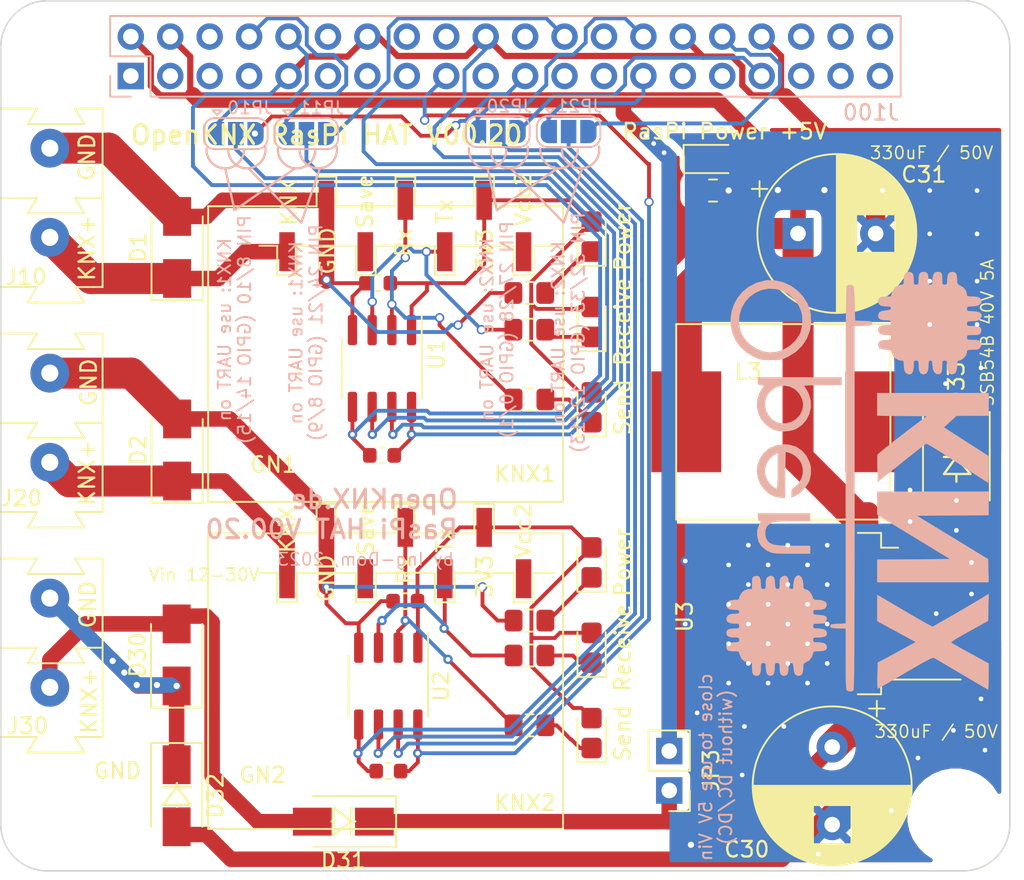
<source format=kicad_pcb>
(kicad_pcb (version 20171130) (host pcbnew "(5.1.4)-1")
  (title_block (date 2023-01-05) (rev V00.20) (company SirSydom))
  (layers (0 F.Cu signal hide) (31 B.Cu signal) (34 B.Paste user) (35 F.Paste user hide) (36 B.SilkS user) (37 F.SilkS user hide) (38 B.Mask user) (39 F.Mask user hide) (44 Edge.Cuts user))
  (net 0 "")
  (net 1 "Net-(GN1-Pad7)")
  (net 2 "Net-(GN1-Pad5)")
  (net 3 "Net-(GN1-Pad4)")
  (net 4 "Net-(GN1-Pad3)")
  (net 5 +3V3)
  (net 6 GND)
  (net 7 TxD)
  (net 8 RxD)
  (net 9 "Net-(D1-Pad1)")
  (net 10 GNDA)
  (net 11 +5V)
  (net 12 Vext_9V-36V)
  (net 13 "Net-(GN2-Pad7)")
  (net 14 "Net-(GN2-Pad5)")
  (net 15 "Net-(GN2-Pad4)")
  (net 16 "Net-(GN2-Pad3)")
  (net 17 GNDD)
  (net 18 "Net-(C10-Pad2)")
  (net 19 "Net-(C30-Pad1)")
  (net 20 "Net-(D2-Pad1)")
  (net 21 "Net-(D30-Pad1)")
  (net 22 "Net-(D33-Pad1)")
  (net 23 "Net-(J100-Pad40)")
  (net 24 "Net-(J100-Pad39)")
  (net 25 "Net-(J100-Pad38)")
  (net 26 "Net-(J100-Pad37)")
  (net 27 "Net-(J100-Pad36)")
  (net 28 "Net-(J100-Pad35)")
  (net 29 "Net-(J100-Pad31)")
  (net 30 "Net-(J100-Pad26)")
  (net 31 "Net-(J100-Pad25)")
  (net 32 "Net-(J100-Pad23)")
  (net 33 "Net-(J100-Pad22)")
  (net 34 "Net-(J100-Pad19)")
  (net 35 "Net-(J100-Pad18)")
  (net 36 "Net-(J100-Pad16)")
  (net 37 "Net-(J100-Pad15)")
  (net 38 "Net-(J100-Pad13)")
  (net 39 "Net-(J100-Pad12)")
  (net 40 "Net-(J100-Pad11)")
  (net 41 "Net-(J100-Pad5)")
  (net 42 "Net-(J100-Pad3)")
  (net 43 "Net-(C20-Pad2)")
  (net 44 "Net-(LED30-Pad1)")
  (net 45 "Net-(J100-Pad1)")
  (net 46 "Net-(J100-Pad6)")
  (net 47 UART5_RxD)
  (net 48 UART5_TxD)
  (net 49 UART3_RxD)
  (net 50 UART2_RxD)
  (net 51 UART2_TxD)
  (net 52 UART4_TxD)
  (net 53 UART4_RxD)
  (net 54 UART3_TxD)
  (net 55 "Net-(JP10-Pad2)")
  (net 56 "Net-(JP11-Pad2)")
  (net 57 "Net-(JP20-Pad2)")
  (net 58 "Net-(JP21-Pad2)")
  (net 59 "Net-(LED10-Pad1)")
  (net 60 "Net-(LED11-Pad1)")
  (net 61 "Net-(LED12-Pad1)")
  (net 62 "Net-(LED20-Pad1)")
  (net 63 "Net-(LED21-Pad1)")
  (net 64 "Net-(LED22-Pad1)")
  (module Diode_SMD:D_SMA (layer F.Cu) (at 64.77 88.54 270)
    (fp_text reference D32 (at 0 -2.5 90) (layer F.SilkS))
    (fp_text value SS16)
    (pad 2 smd rect (at 2 0 270) (size 2.5 1.8) (layers F.Cu F.Paste F.Mask) (net 6 GND))
    (pad 1 smd rect (at -2 0 270) (size 2.5 1.8) (layers F.Cu F.Paste F.Mask) (net 21 "Net-(D30-Pad1)"))
  )
  (module Diode_SMD:D_SMA (layer F.Cu) (at 75.51 90.21 180)
    (fp_text reference D31 (at 0 -2.5) (layer F.SilkS))
    (fp_text value SS16)
    (pad 2 smd rect (at 2 0 180) (size 2.5 1.8) (layers F.Cu F.Paste F.Mask) (net 12 Vext_9V-36V))
    (pad 1 smd rect (at -2 0 180) (size 2.5 1.8) (layers F.Cu F.Paste F.Mask) (net 19 "Net-(C30-Pad1)"))
  )
  (module Diode_SMD:D_SMA (layer F.Cu) (at 64.77 79.462 90)
    (fp_text reference D30 (at 0 -2.5 90) (layer F.SilkS))
    (fp_text value SMAJ40CA)
    (pad 2 smd rect (at 2 0 90) (size 2.5 1.8) (layers F.Cu F.Paste F.Mask) (net 12 Vext_9V-36V))
    (pad 1 smd rect (at -2 0 90) (size 2.5 1.8) (layers F.Cu F.Paste F.Mask) (net 21 "Net-(D30-Pad1)"))
  )
  (module Diode_SMD:D_SMA (layer F.Cu) (at 64.8 66.254 90)
    (fp_text reference D2 (at 0 -2.5 90) (layer F.SilkS))
    (fp_text value SMAJ40CA)
    (pad 2 smd rect (at 2 0 90) (size 2.5 1.8) (layers F.Cu F.Paste F.Mask) (net 17 GNDD))
    (pad 1 smd rect (at -2 0 90) (size 2.5 1.8) (layers F.Cu F.Paste F.Mask) (net 20 "Net-(D2-Pad1)"))
  )
  (module Diode_SMD:D_SMA (layer F.Cu) (at 64.8 53.2 90)
    (fp_text reference D1 (at 0 -2.5 90) (layer F.SilkS))
    (fp_text value SMAJ40CA)
    (pad 2 smd rect (at 2 0 90) (size 2.5 1.8) (layers F.Cu F.Paste F.Mask) (net 10 GNDA))
    (pad 1 smd rect (at -2 0 90) (size 2.5 1.8) (layers F.Cu F.Paste F.Mask) (net 9 "Net-(D1-Pad1)"))
  )
  (module OpenKNX:KNX_Connector (layer F.Cu) (at 57 79)
    (fp_text reference J30 (at -1.82 5.03) (layer F.SilkS))
    (fp_text value Conn_01x02)
    (fp_text user KNX+ (at 2.14 3.42 90) (layer F.SilkS))
    (fp_text user GND (at 2.05 -2.78 90) (layer F.SilkS))
    (pad 2 thru_hole circle (at -0.4 -3.2) (size 2.5 2.5) (drill 1.1) (layers *.Cu *.Mask) (net 21 "Net-(D30-Pad1)"))
    (pad 1 thru_hole circle (at -0.4 2.55) (size 2.5 2.5) (drill 1.1) (layers *.Cu *.Mask) (net 12 Vext_9V-36V))
  )
  (module OpenKNX:KNX_Connector (layer F.Cu) (at 57 64.5)
    (fp_text reference J20 (at -2.22 4.86) (layer F.SilkS))
    (fp_text value Conn_KNX)
    (fp_text user KNX+ (at 2 3.23 90) (layer F.SilkS))
    (fp_text user GND (at 2.11 -2.61 90) (layer F.SilkS))
    (pad 2 thru_hole circle (at -0.4 -3.2) (size 2.5 2.5) (drill 1.1) (layers *.Cu *.Mask) (net 17 GNDD))
    (pad 1 thru_hole circle (at -0.4 2.55) (size 2.5 2.5) (drill 1.1) (layers *.Cu *.Mask) (net 20 "Net-(D2-Pad1)"))
  )
  (module OpenKNX:KNX_Connector (layer F.Cu) (at 57 50)
    (fp_text reference J10 (at -1.93 5.09 180) (layer F.SilkS))
    (fp_text value Conn_KNX)
    (fp_text user KNX+ (at 2 3.23 90) (layer F.SilkS))
    (fp_text user GND (at 2 -2.61 90) (layer F.SilkS))
    (pad 2 thru_hole circle (at -0.4 -3.2) (size 2.5 2.5) (drill 1.1) (layers *.Cu *.Mask) (net 10 GNDA))
    (pad 1 thru_hole circle (at -0.4 2.55) (size 2.5 2.5) (drill 1.1) (layers *.Cu *.Mask) (net 9 "Net-(D1-Pad1)"))
  )
  (module OpenKNX:OpenKNX_Logo_27x17 (layer B.Cu) (at 109.9 68.3 270)
    (fp_text reference G*** hide)
    (fp_text value LOGO hide)
  )
  (module OpenKNX:MicroBCU2_PinHeader_SMD (layer F.Cu) (at 71.882 72.898 90)
    (fp_text reference GN2 (at -14.302 -1.582 180) (layer F.SilkS))
    (fp_text value Konnekting_µBCU)
    (fp_text user Vcc2 (at 3.298 15.218 90) (layer F.SilkS) (effects (justify right)))
    (fp_text user 3V3 (at -0.002 12.718 90) (layer F.SilkS) (effects (justify right)))
    (fp_text user Tx (at 1.698 10.16 90) (layer F.SilkS) (effects (justify right)))
    (fp_text user Rx (at -0.102 7.618 90) (layer F.SilkS) (effects (justify right)))
    (fp_text user Save (at 3.398 5.08 90) (layer F.SilkS) (effects (justify right)))
    (fp_text user GND (at -0.002 2.518 90) (layer F.SilkS) (effects (justify right)))
    (fp_text user KNX (at 3.098 0.018 90) (layer F.SilkS) (effects (justify right)))
    (pad 6 smd rect (at 1.655 12.7 90) (size 2.51 1) (layers F.Cu F.Paste F.Mask) (net 43 "Net-(C20-Pad2)"))
    (pad 4 smd rect (at 1.655 7.62 90) (size 2.51 1) (layers F.Cu F.Paste F.Mask) (net 15 "Net-(GN2-Pad4)"))
    (pad 2 smd rect (at 1.655 2.54 90) (size 2.51 1) (layers F.Cu F.Paste F.Mask) (net 17 GNDD))
    (pad 7 smd rect (at -1.655 15.24 90) (size 2.51 1) (layers F.Cu F.Paste F.Mask) (net 13 "Net-(GN2-Pad7)"))
    (pad 5 smd rect (at -1.655 10.16 90) (size 2.51 1) (layers F.Cu F.Paste F.Mask) (net 14 "Net-(GN2-Pad5)"))
    (pad 3 smd rect (at -1.655 5.04 90) (size 2.51 1) (layers F.Cu F.Paste F.Mask) (net 16 "Net-(GN2-Pad3)"))
    (pad 1 smd rect (at -1.655 0 90) (size 2.51 1) (layers F.Cu F.Paste F.Mask) (net 20 "Net-(D2-Pad1)"))
  )
  (module OpenKNX:MicroBCU2_PinHeader_SMD (layer F.Cu) (at 71.882 51.816 90)
    (fp_text reference GN1 (at -15.384 -0.882 180) (layer F.SilkS))
    (fp_text value Konnekting_µBCU)
    (fp_text user Vcc2 (at 3.616 15.218 90) (layer F.SilkS) (effects (justify right)))
    (fp_text user 3V3 (at -0.084 12.718 90) (layer F.SilkS) (effects (justify right)))
    (fp_text user Tx (at 1.816 10.16 90) (layer F.SilkS) (effects (justify right)))
    (fp_text user Rx (at -0.084 7.518 90) (layer F.SilkS) (effects (justify right)))
    (fp_text user Save (at 3.416 5.018 90) (layer F.SilkS) (effects (justify right)))
    (fp_text user GND (at 0.016 2.618 90) (layer F.SilkS) (effects (justify right)))
    (fp_text user KNX (at 3.116 0.118 90) (layer F.SilkS) (effects (justify right)))
    (pad 6 smd rect (at 1.655 12.7 90) (size 2.51 1) (layers F.Cu F.Paste F.Mask) (net 18 "Net-(C10-Pad2)"))
    (pad 4 smd rect (at 1.655 7.62 90) (size 2.51 1) (layers F.Cu F.Paste F.Mask) (net 3 "Net-(GN1-Pad4)"))
    (pad 2 smd rect (at 1.655 2.54 90) (size 2.51 1) (layers F.Cu F.Paste F.Mask) (net 10 GNDA))
    (pad 7 smd rect (at -1.655 15.24 90) (size 2.51 1) (layers F.Cu F.Paste F.Mask) (net 1 "Net-(GN1-Pad7)"))
    (pad 5 smd rect (at -1.655 10.16 90) (size 2.51 1) (layers F.Cu F.Paste F.Mask) (net 2 "Net-(GN1-Pad5)"))
    (pad 3 smd rect (at -1.655 5.04 90) (size 2.51 1) (layers F.Cu F.Paste F.Mask) (net 4 "Net-(GN1-Pad3)"))
    (pad 1 smd rect (at -1.655 0 90) (size 2.51 1) (layers F.Cu F.Paste F.Mask) (net 9 "Net-(D1-Pad1)"))
  )
  (module Capacitor_SMD:C_0603_1608Metric (layer F.Cu) (at 79.5 76)
    (fp_text reference C20)
    (fp_text value 100nF)
    (pad 2 smd roundrect (at 0.7875 0) (size 0.875 0.95) (layers F.Cu F.Paste F.Mask) (net 43 "Net-(C20-Pad2)"))
    (pad 1 smd roundrect (at -0.7875 0) (size 0.875 0.95) (layers F.Cu F.Paste F.Mask) (net 17 GNDD))
  )
  (module Jumper:SolderJumper-3_P1.3mm_Open_RoundedPad1.0x1.5mm (layer B.Cu) (at 90.02 45.73)
    (fp_text reference JP21 (at 0.68 -1.63) (layer B.SilkS) (effects (font (size 0.8 0.8) (thickness 0.12)) (justify mirror)))
    (fp_text value Jmp_BCU1_Tx)
    (pad 2 smd rect (at 0 0) (size 1 1.5) (layers B.Cu B.Mask) (net 58 "Net-(JP21-Pad2)"))
    (pad 3 smd custom (at 1.3 0) (size 1 0.5) (layers B.Cu B.Mask) (net 48 UART5_TxD) (options (clearance outline) (anchor rect)) (primitives (gr_circle (center 0 -0.25) (end 0.5 -0.25) (width 0)) (gr_circle (center 0 0.25) (end 0.5 0.25) (width 0)) (gr_poly (pts (xy -0.55 0.75) (xy 0 0.75) (xy 0 -0.75) (xy -0.55 -0.75)) (width 0))))
    (pad 1 smd custom (at -1.3 0) (size 1 0.5) (layers B.Cu B.Mask) (net 51 UART2_TxD) (options (clearance outline) (anchor rect)) (primitives (gr_circle (center 0 -0.25) (end 0.5 -0.25) (width 0)) (gr_circle (center 0 0.25) (end 0.5 0.25) (width 0)) (gr_poly (pts (xy 0.55 0.75) (xy 0 0.75) (xy 0 -0.75) (xy 0.55 -0.75)) (width 0))))
  )
  (module Jumper:SolderJumper-3_P1.3mm_Open_RoundedPad1.0x1.5mm (layer B.Cu) (at 85.46 45.73)
    (fp_text reference JP20 (at 0.74 -1.63) (layer B.SilkS) (effects (font (size 0.8 0.8) (thickness 0.12)) (justify mirror)))
    (fp_text value Jmp_BCU1_Rx)
    (pad 2 smd rect (at 0 0) (size 1 1.5) (layers B.Cu B.Mask) (net 57 "Net-(JP20-Pad2)"))
    (pad 3 smd custom (at 1.3 0) (size 1 0.5) (layers B.Cu B.Mask) (net 47 UART5_RxD) (options (clearance outline) (anchor rect)) (primitives (gr_circle (center 0 -0.25) (end 0.5 -0.25) (width 0)) (gr_circle (center 0 0.25) (end 0.5 0.25) (width 0)) (gr_poly (pts (xy -0.55 0.75) (xy 0 0.75) (xy 0 -0.75) (xy -0.55 -0.75)) (width 0))))
    (pad 1 smd custom (at -1.3 0) (size 1 0.5) (layers B.Cu B.Mask) (net 50 UART2_RxD) (options (clearance outline) (anchor rect)) (primitives (gr_circle (center 0 -0.25) (end 0.5 -0.25) (width 0)) (gr_circle (center 0 0.25) (end 0.5 0.25) (width 0)) (gr_poly (pts (xy 0.55 0.75) (xy 0 0.75) (xy 0 -0.75) (xy 0.55 -0.75)) (width 0))))
  )
  (module Jumper:SolderJumper-3_P1.3mm_Open_RoundedPad1.0x1.5mm (layer B.Cu) (at 73.13 45.86)
    (fp_text reference JP11 (at 0.97 -1.66) (layer B.SilkS) (effects (font (size 0.8 0.8) (thickness 0.12)) (justify mirror)))
    (fp_text value Jmp_BCU1_Tx)
    (pad 2 smd rect (at 0 0) (size 1 1.5) (layers B.Cu B.Mask) (net 56 "Net-(JP11-Pad2)"))
    (pad 3 smd custom (at 1.3 0) (size 1 0.5) (layers B.Cu B.Mask) (net 52 UART4_TxD) (options (clearance outline) (anchor rect)) (primitives (gr_circle (center 0 -0.25) (end 0.5 -0.25) (width 0)) (gr_circle (center 0 0.25) (end 0.5 0.25) (width 0)) (gr_poly (pts (xy -0.55 0.75) (xy 0 0.75) (xy 0 -0.75) (xy -0.55 -0.75)) (width 0))))
    (pad 1 smd custom (at -1.3 0) (size 1 0.5) (layers B.Cu B.Mask) (net 7 TxD) (options (clearance outline) (anchor rect)) (primitives (gr_circle (center 0 -0.25) (end 0.5 -0.25) (width 0)) (gr_circle (center 0 0.25) (end 0.5 0.25) (width 0)) (gr_poly (pts (xy 0.55 0.75) (xy 0 0.75) (xy 0 -0.75) (xy 0.55 -0.75)) (width 0))))
  )
  (module Jumper:SolderJumper-3_P1.3mm_Open_RoundedPad1.0x1.5mm (layer B.Cu) (at 68.58 45.86)
    (fp_text reference JP10 (at 0.92 -1.66) (layer B.SilkS) (effects (font (size 0.8 0.8) (thickness 0.12)) (justify mirror)))
    (fp_text value Jmp_BCU1_Rx)
    (pad 2 smd rect (at 0 0) (size 1 1.5) (layers B.Cu B.Mask) (net 55 "Net-(JP10-Pad2)"))
    (pad 3 smd custom (at 1.3 0) (size 1 0.5) (layers B.Cu B.Mask) (net 53 UART4_RxD) (options (clearance outline) (anchor rect)) (primitives (gr_circle (center 0 -0.25) (end 0.5 -0.25) (width 0)) (gr_circle (center 0 0.25) (end 0.5 0.25) (width 0)) (gr_poly (pts (xy -0.55 0.75) (xy 0 0.75) (xy 0 -0.75) (xy -0.55 -0.75)) (width 0))))
    (pad 1 smd custom (at -1.3 0) (size 1 0.5) (layers B.Cu B.Mask) (net 8 RxD) (options (clearance outline) (anchor rect)) (primitives (gr_circle (center 0 -0.25) (end 0.5 -0.25) (width 0)) (gr_circle (center 0 0.25) (end 0.5 0.25) (width 0)) (gr_poly (pts (xy 0.55 0.75) (xy 0 0.75) (xy 0 -0.75) (xy 0.55 -0.75)) (width 0))))
  )
  (module Connector_PinSocket_2.54mm:PinSocket_2x20_P2.54mm_Vertical (layer B.Cu) (at 61.81852 42.14876 270)
    (fp_text reference J100 (at 2.35124 -47.68148 180) (layer B.SilkS) (effects (justify mirror)))
    (fp_text value RPi_GPIO)
    (pad 40 thru_hole oval (at -2.54 -48.26 270) (size 1.7 1.7) (drill 1) (layers *.Cu *.Mask) (net 23 "Net-(J100-Pad40)"))
    (pad 39 thru_hole oval (at 0 -48.26 270) (size 1.7 1.7) (drill 1) (layers *.Cu *.Mask) (net 24 "Net-(J100-Pad39)"))
    (pad 38 thru_hole oval (at -2.54 -45.72 270) (size 1.7 1.7) (drill 1) (layers *.Cu *.Mask) (net 25 "Net-(J100-Pad38)"))
    (pad 37 thru_hole oval (at 0 -45.72 270) (size 1.7 1.7) (drill 1) (layers *.Cu *.Mask) (net 26 "Net-(J100-Pad37)"))
    (pad 36 thru_hole oval (at -2.54 -43.18 270) (size 1.7 1.7) (drill 1) (layers *.Cu *.Mask) (net 27 "Net-(J100-Pad36)"))
    (pad 35 thru_hole oval (at 0 -43.18 270) (size 1.7 1.7) (drill 1) (layers *.Cu *.Mask) (net 28 "Net-(J100-Pad35)"))
    (pad 34 thru_hole oval (at -2.54 -40.64 270) (size 1.7 1.7) (drill 1) (layers *.Cu *.Mask) (net 6 GND))
    (pad 33 thru_hole oval (at 0 -40.64 270) (size 1.7 1.7) (drill 1) (layers *.Cu *.Mask) (net 47 UART5_RxD))
    (pad 32 thru_hole oval (at -2.54 -38.1 270) (size 1.7 1.7) (drill 1) (layers *.Cu *.Mask) (net 48 UART5_TxD))
    (pad 31 thru_hole oval (at 0 -38.1 270) (size 1.7 1.7) (drill 1) (layers *.Cu *.Mask) (net 29 "Net-(J100-Pad31)"))
    (pad 30 thru_hole oval (at -2.54 -35.56 270) (size 1.7 1.7) (drill 1) (layers *.Cu *.Mask) (net 6 GND))
    (pad 29 thru_hole oval (at 0 -35.56 270) (size 1.7 1.7) (drill 1) (layers *.Cu *.Mask) (net 49 UART3_RxD))
    (pad 28 thru_hole oval (at -2.54 -33.02 270) (size 1.7 1.7) (drill 1) (layers *.Cu *.Mask) (net 50 UART2_RxD))
    (pad 27 thru_hole oval (at 0 -33.02 270) (size 1.7 1.7) (drill 1) (layers *.Cu *.Mask) (net 51 UART2_TxD))
    (pad 26 thru_hole oval (at -2.54 -30.48 270) (size 1.7 1.7) (drill 1) (layers *.Cu *.Mask) (net 30 "Net-(J100-Pad26)"))
    (pad 25 thru_hole oval (at 0 -30.48 270) (size 1.7 1.7) (drill 1) (layers *.Cu *.Mask) (net 31 "Net-(J100-Pad25)"))
    (pad 24 thru_hole oval (at -2.54 -27.94 270) (size 1.7 1.7) (drill 1) (layers *.Cu *.Mask) (net 52 UART4_TxD))
    (pad 23 thru_hole oval (at 0 -27.94 270) (size 1.7 1.7) (drill 1) (layers *.Cu *.Mask) (net 32 "Net-(J100-Pad23)"))
    (pad 22 thru_hole oval (at -2.54 -25.4 270) (size 1.7 1.7) (drill 1) (layers *.Cu *.Mask) (net 33 "Net-(J100-Pad22)"))
    (pad 21 thru_hole oval (at 0 -25.4 270) (size 1.7 1.7) (drill 1) (layers *.Cu *.Mask) (net 53 UART4_RxD))
    (pad 20 thru_hole oval (at -2.54 -22.86 270) (size 1.7 1.7) (drill 1) (layers *.Cu *.Mask) (net 6 GND))
    (pad 19 thru_hole oval (at 0 -22.86 270) (size 1.7 1.7) (drill 1) (layers *.Cu *.Mask) (net 34 "Net-(J100-Pad19)"))
    (pad 18 thru_hole oval (at -2.54 -20.32 270) (size 1.7 1.7) (drill 1) (layers *.Cu *.Mask) (net 35 "Net-(J100-Pad18)"))
    (pad 17 thru_hole oval (at 0 -20.32 270) (size 1.7 1.7) (drill 1) (layers *.Cu *.Mask) (net 5 +3V3))
    (pad 16 thru_hole oval (at -2.54 -17.78 270) (size 1.7 1.7) (drill 1) (layers *.Cu *.Mask) (net 36 "Net-(J100-Pad16)"))
    (pad 15 thru_hole oval (at 0 -17.78 270) (size 1.7 1.7) (drill 1) (layers *.Cu *.Mask) (net 37 "Net-(J100-Pad15)"))
    (pad 14 thru_hole oval (at -2.54 -15.24 270) (size 1.7 1.7) (drill 1) (layers *.Cu *.Mask) (net 6 GND))
    (pad 13 thru_hole oval (at 0 -15.24 270) (size 1.7 1.7) (drill 1) (layers *.Cu *.Mask) (net 38 "Net-(J100-Pad13)"))
    (pad 12 thru_hole oval (at -2.54 -12.7 270) (size 1.7 1.7) (drill 1) (layers *.Cu *.Mask) (net 39 "Net-(J100-Pad12)"))
    (pad 11 thru_hole oval (at 0 -12.7 270) (size 1.7 1.7) (drill 1) (layers *.Cu *.Mask) (net 40 "Net-(J100-Pad11)"))
    (pad 10 thru_hole oval (at -2.54 -10.16 270) (size 1.7 1.7) (drill 1) (layers *.Cu *.Mask) (net 8 RxD))
    (pad 9 thru_hole oval (at 0 -10.16 270) (size 1.7 1.7) (drill 1) (layers *.Cu *.Mask) (net 6 GND))
    (pad 8 thru_hole oval (at -2.54 -7.62 270) (size 1.7 1.7) (drill 1) (layers *.Cu *.Mask) (net 7 TxD))
    (pad 7 thru_hole oval (at 0 -7.62 270) (size 1.7 1.7) (drill 1) (layers *.Cu *.Mask) (net 54 UART3_TxD))
    (pad 6 thru_hole oval (at -2.54 -5.08 270) (size 1.7 1.7) (drill 1) (layers *.Cu *.Mask) (net 46 "Net-(J100-Pad6)"))
    (pad 5 thru_hole oval (at 0 -5.08 270) (size 1.7 1.7) (drill 1) (layers *.Cu *.Mask) (net 41 "Net-(J100-Pad5)"))
    (pad 4 thru_hole oval (at -2.54 -2.54 270) (size 1.7 1.7) (drill 1) (layers *.Cu *.Mask) (net 11 +5V))
    (pad 3 thru_hole oval (at 0 -2.54 270) (size 1.7 1.7) (drill 1) (layers *.Cu *.Mask) (net 42 "Net-(J100-Pad3)"))
    (pad 2 thru_hole oval (at -2.54 0 270) (size 1.7 1.7) (drill 1) (layers *.Cu *.Mask) (net 11 +5V))
    (pad 1 thru_hole rect (at 0 0 270) (size 1.7 1.7) (drill 1) (layers *.Cu *.Mask) (net 45 "Net-(J100-Pad1)"))
  )
  (module sirsydom:L_YJYCOIN_YSPI1365_13.8mmx12.6mm_H6.5mm (layer F.Cu) (at 103.85 64.438)
    (fp_text reference L3 (at -2.25 -3.238) (layer F.SilkS))
    (fp_text value "47uH / 3.5A")
    (pad 2 smd rect (at 6.25 0) (size 4.5 6.5) (layers F.Cu F.Paste F.Mask) (net 22 "Net-(D33-Pad1)"))
    (pad 1 smd rect (at -6.25 0) (size 4.5 6.5) (layers F.Cu F.Paste F.Mask) (net 11 +5V))
  )
  (module Resistor_SMD:R_0805_2012Metric_Pad1.15x1.40mm_HandSolder (layer F.Cu) (at 99.323 49.53)
    (fp_text reference R30)
    (fp_text value 3k3)
    (pad 2 smd roundrect (at 1.025 0) (size 1.15 1.4) (layers F.Cu F.Paste F.Mask) (roundrect_rratio 0.217391) (net 6 GND))
    (pad 1 smd roundrect (at -1.025 0) (size 1.15 1.4) (layers F.Cu F.Paste F.Mask) (roundrect_rratio 0.217391) (net 44 "Net-(LED30-Pad1)"))
  )
  (module Resistor_SMD:R_0805_2012Metric_Pad1.15x1.40mm_HandSolder (layer F.Cu) (at 87.5 84)
    (fp_text reference R22)
    (fp_text value 3k3)
    (pad 2 smd roundrect (at 1.025 0) (size 1.15 1.4) (layers F.Cu F.Paste F.Mask) (roundrect_rratio 0.217391) (net 64 "Net-(LED22-Pad1)"))
    (pad 1 smd roundrect (at -1.025 0) (size 1.15 1.4) (layers F.Cu F.Paste F.Mask) (roundrect_rratio 0.217391) (net 15 "Net-(GN2-Pad4)"))
  )
  (module Resistor_SMD:R_0805_2012Metric_Pad1.15x1.40mm_HandSolder (layer F.Cu) (at 87.5 79.5)
    (fp_text reference R21)
    (fp_text value 3k3)
    (pad 2 smd roundrect (at 1.025 0) (size 1.15 1.4) (layers F.Cu F.Paste F.Mask) (roundrect_rratio 0.217391) (net 63 "Net-(LED21-Pad1)"))
    (pad 1 smd roundrect (at -1.025 0) (size 1.15 1.4) (layers F.Cu F.Paste F.Mask) (roundrect_rratio 0.217391) (net 14 "Net-(GN2-Pad5)"))
  )
  (module Resistor_SMD:R_0805_2012Metric_Pad1.15x1.40mm_HandSolder (layer F.Cu) (at 87.5 77.25)
    (fp_text reference R20)
    (fp_text value 3k3)
    (pad 2 smd roundrect (at 1.025 0) (size 1.15 1.4) (layers F.Cu F.Paste F.Mask) (roundrect_rratio 0.217391) (net 62 "Net-(LED20-Pad1)"))
    (pad 1 smd roundrect (at -1.025 0) (size 1.15 1.4) (layers F.Cu F.Paste F.Mask) (roundrect_rratio 0.217391) (net 17 GNDD))
  )
  (module Resistor_SMD:R_0805_2012Metric_Pad1.15x1.40mm_HandSolder (layer F.Cu) (at 87.5 63)
    (fp_text reference R12)
    (fp_text value 3k3)
    (pad 2 smd roundrect (at 1.025 0) (size 1.15 1.4) (layers F.Cu F.Paste F.Mask) (roundrect_rratio 0.217391) (net 61 "Net-(LED12-Pad1)"))
    (pad 1 smd roundrect (at -1.025 0) (size 1.15 1.4) (layers F.Cu F.Paste F.Mask) (roundrect_rratio 0.217391) (net 3 "Net-(GN1-Pad4)"))
  )
  (module Resistor_SMD:R_0805_2012Metric_Pad1.15x1.40mm_HandSolder (layer F.Cu) (at 87.4875 58.5)
    (fp_text reference R11)
    (fp_text value 3k3)
    (pad 2 smd roundrect (at 1.025 0) (size 1.15 1.4) (layers F.Cu F.Paste F.Mask) (roundrect_rratio 0.217391) (net 60 "Net-(LED11-Pad1)"))
    (pad 1 smd roundrect (at -1.025 0) (size 1.15 1.4) (layers F.Cu F.Paste F.Mask) (roundrect_rratio 0.217391) (net 2 "Net-(GN1-Pad5)"))
  )
  (module Resistor_SMD:R_0805_2012Metric_Pad1.15x1.40mm_HandSolder (layer F.Cu) (at 87.4875 56.134)
    (fp_text reference R10)
    (fp_text value 3k3)
    (pad 2 smd roundrect (at 1.025 0) (size 1.15 1.4) (layers F.Cu F.Paste F.Mask) (roundrect_rratio 0.217391) (net 59 "Net-(LED10-Pad1)"))
    (pad 1 smd roundrect (at -1.025 0) (size 1.15 1.4) (layers F.Cu F.Paste F.Mask) (roundrect_rratio 0.217391) (net 10 GNDA))
  )
  (module LED_SMD:LED_0805_2012Metric_Castellated (layer F.Cu) (at 99.314 47.498)
    (fp_text reference LED30)
    (fp_text value LED)
    (pad 2 smd roundrect (at 0.9625 0) (size 1.325 1.3) (layers F.Cu F.Paste F.Mask) (roundrect_rratio 0.192308) (net 11 +5V))
    (pad 1 smd roundrect (at -0.9625 0) (size 1.325 1.3) (layers F.Cu F.Paste F.Mask) (roundrect_rratio 0.192308) (net 44 "Net-(LED30-Pad1)"))
  )
  (module LED_SMD:LED_0805_2012Metric_Castellated (layer F.Cu) (at 91.5 84.5 90)
    (fp_text reference LED22)
    (fp_text value LED)
    (pad 2 smd roundrect (at 0.9625 0 90) (size 1.325 1.3) (layers F.Cu F.Paste F.Mask) (roundrect_rratio 0.192308) (net 43 "Net-(C20-Pad2)"))
    (pad 1 smd roundrect (at -0.9625 0 90) (size 1.325 1.3) (layers F.Cu F.Paste F.Mask) (roundrect_rratio 0.192308) (net 64 "Net-(LED22-Pad1)"))
  )
  (module LED_SMD:LED_0805_2012Metric_Castellated (layer F.Cu) (at 91.5 79 90)
    (fp_text reference LED21)
    (fp_text value LED)
    (pad 2 smd roundrect (at 0.9625 0 90) (size 1.325 1.3) (layers F.Cu F.Paste F.Mask) (roundrect_rratio 0.192308) (net 43 "Net-(C20-Pad2)"))
    (pad 1 smd roundrect (at -0.9625 0 90) (size 1.325 1.3) (layers F.Cu F.Paste F.Mask) (roundrect_rratio 0.192308) (net 63 "Net-(LED21-Pad1)"))
  )
  (module LED_SMD:LED_0805_2012Metric_Castellated (layer F.Cu) (at 91.5 73.5 90)
    (fp_text reference LED20)
    (fp_text value LED)
    (pad 2 smd roundrect (at 0.9625 0 90) (size 1.325 1.3) (layers F.Cu F.Paste F.Mask) (roundrect_rratio 0.192308) (net 43 "Net-(C20-Pad2)"))
    (pad 1 smd roundrect (at -0.9625 0 90) (size 1.325 1.3) (layers F.Cu F.Paste F.Mask) (roundrect_rratio 0.192308) (net 62 "Net-(LED20-Pad1)"))
  )
  (module LED_SMD:LED_0805_2012Metric_Castellated (layer F.Cu) (at 91.5 63.5 90)
    (fp_text reference LED12)
    (fp_text value LED)
    (pad 2 smd roundrect (at 0.9625 0 90) (size 1.325 1.3) (layers F.Cu F.Paste F.Mask) (roundrect_rratio 0.192308) (net 18 "Net-(C10-Pad2)"))
    (pad 1 smd roundrect (at -0.9625 0 90) (size 1.325 1.3) (layers F.Cu F.Paste F.Mask) (roundrect_rratio 0.192308) (net 61 "Net-(LED12-Pad1)"))
  )
  (module LED_SMD:LED_0805_2012Metric_Castellated (layer F.Cu) (at 91.5 58 90)
    (fp_text reference LED11)
    (fp_text value LED)
    (pad 2 smd roundrect (at 0.9625 0 90) (size 1.325 1.3) (layers F.Cu F.Paste F.Mask) (roundrect_rratio 0.192308) (net 18 "Net-(C10-Pad2)"))
    (pad 1 smd roundrect (at -0.9625 0 90) (size 1.325 1.3) (layers F.Cu F.Paste F.Mask) (roundrect_rratio 0.192308) (net 60 "Net-(LED11-Pad1)"))
  )
  (module LED_SMD:LED_0805_2012Metric_Castellated (layer F.Cu) (at 91.5 52.5 90)
    (fp_text reference LED10)
    (fp_text value LED)
    (pad 2 smd roundrect (at 0.9625 0 90) (size 1.325 1.3) (layers F.Cu F.Paste F.Mask) (roundrect_rratio 0.192308) (net 18 "Net-(C10-Pad2)"))
    (pad 1 smd roundrect (at -0.9625 0 90) (size 1.325 1.3) (layers F.Cu F.Paste F.Mask) (roundrect_rratio 0.192308) (net 59 "Net-(LED10-Pad1)"))
  )
  (module Capacitor_SMD:C_0603_1608Metric (layer F.Cu) (at 78.4125 86.95)
    (fp_text reference C21)
    (fp_text value 100nF)
    (pad 2 smd roundrect (at 0.7875 0) (size 0.875 0.95) (layers F.Cu F.Paste F.Mask) (net 5 +3V3))
    (pad 1 smd roundrect (at -0.7875 0) (size 0.875 0.95) (layers F.Cu F.Paste F.Mask) (net 6 GND))
  )
  (module Capacitor_SMD:C_0603_1608Metric (layer F.Cu) (at 78 66.6)
    (fp_text reference C11)
    (fp_text value 100nF)
    (pad 2 smd roundrect (at 0.7875 0) (size 0.875 0.95) (layers F.Cu F.Paste F.Mask) (net 5 +3V3))
    (pad 1 smd roundrect (at -0.7875 0) (size 0.875 0.95) (layers F.Cu F.Paste F.Mask) (net 6 GND))
  )
  (module Capacitor_SMD:C_0603_1608Metric (layer F.Cu) (at 77.75 55.5)
    (fp_text reference C10)
    (fp_text value 100nF)
    (pad 2 smd roundrect (at 0.7875 0) (size 0.875 0.95) (layers F.Cu F.Paste F.Mask) (net 18 "Net-(C10-Pad2)"))
    (pad 1 smd roundrect (at -0.7875 0) (size 0.875 0.95) (layers F.Cu F.Paste F.Mask) (net 10 GNDA))
  )
  (module Capacitor_THT:CP_Radial_D10.0mm_P5.00mm (layer F.Cu) (at 104.8 52.3)
    (fp_text reference C31 (at 8.1 -3.8) (layer F.SilkS))
    (fp_text value "330uF / 50V" (at 8.6 -5.2) (layer F.SilkS) (effects (font (size 0.8 0.8) (thickness 0.1))))
    (pad 2 thru_hole circle (at 5 0) (size 2 2) (drill 1) (layers *.Cu *.Mask) (net 6 GND))
    (pad 1 thru_hole rect (at 0 0) (size 2 2) (drill 1) (layers *.Cu *.Mask) (net 11 +5V))
  )
  (module Capacitor_THT:CP_Radial_D10.0mm_P5.00mm (layer F.Cu) (at 107 85.4 270)
    (fp_text reference C30 (at 6.6 5.5 180) (layer F.SilkS))
    (fp_text value "330uF / 50V" (at -1 -6.7 180) (layer F.SilkS) (effects (font (size 0.8 0.8) (thickness 0.1))))
    (pad 2 thru_hole circle (at 5 0 270) (size 2 2) (drill 1) (layers *.Cu *.Mask) (net 6 GND))
    (pad 1 thru_hole circle (at 0 0 270) (size 2 2) (drill 1) (layers *.Cu *.Mask) (net 19 "Net-(C30-Pad1)"))
  )
  (module Diode_SMD:D_SMB (layer F.Cu) (at 115 67.359 270)
    (fp_text reference D33 (at -5.359 0 90) (layer F.SilkS))
    (fp_text value "SSB54B 40V 5A" (at -8.659 -2 90) (layer F.SilkS) (effects (font (size 0.8 0.8) (thickness 0.1))))
    (pad 2 smd rect (at 2.15 0 270) (size 2.5 2.3) (layers F.Cu F.Paste F.Mask) (net 6 GND))
    (pad 1 smd rect (at -2.15 0 270) (size 2.5 2.3) (layers F.Cu F.Paste F.Mask) (net 22 "Net-(D33-Pad1)"))
  )
  (module Package_TO_SOT_SMD:TO-263-5_TabPin3 (layer F.Cu) (at 107.2 76.8 180)
    (fp_text reference U3 (at 9.7 -0.2 90) (layer F.SilkS))
    (fp_text value LM2596S-5)
    (pad 3 smd rect (at 3.375 0 180) (size 9.4 10.8) (layers F.Cu F.Mask) (net 6 GND))
    (pad 5 smd rect (at -5.775 3.4 180) (size 4.6 1.1) (layers F.Cu F.Paste F.Mask) (net 6 GND))
    (pad 4 smd rect (at -5.775 1.7 180) (size 4.6 1.1) (layers F.Cu F.Paste F.Mask) (net 11 +5V))
    (pad 3 smd rect (at -5.775 0 180) (size 4.6 1.1) (layers F.Cu F.Paste F.Mask) (net 6 GND))
    (pad 2 smd rect (at -5.775 -1.7 180) (size 4.6 1.1) (layers F.Cu F.Paste F.Mask) (net 22 "Net-(D33-Pad1)"))
    (pad 1 smd rect (at -5.775 -3.4 180) (size 4.6 1.1) (layers F.Cu F.Paste F.Mask) (net 19 "Net-(C30-Pad1)"))
  )
  (module Connector_PinHeader_2.54mm:PinHeader_1x02_P2.54mm_Vertical (layer F.Cu) (at 96.5 88.2 180)
    (fp_text reference JP3 (at -2.7 1.3 270) (layer F.SilkS))
    (fp_text value "5V Ext")
    (pad 2 thru_hole rect (at 0 2.54 180) (size 1.7 1.7) (drill 1) (layers *.Cu *.Mask) (net 11 +5V))
    (pad 1 thru_hole rect (at 0 0 180) (size 1.7 1.7) (drill 1) (layers *.Cu *.Mask) (net 19 "Net-(C30-Pad1)"))
  )
  (module Package_SO:SOIC-8_3.9x4.9mm_P1.27mm (layer F.Cu) (at 78.405 81.475 270)
    (fp_text reference U2 (at 0 -3.4 90) (layer F.SilkS))
    (fp_text value "Digital Isolator")
    (pad 8 smd roundrect (at 2.475 -1.905 270) (size 1.95 0.6) (layers F.Cu F.Paste F.Mask) (net 5 +3V3))
    (pad 7 smd roundrect (at 2.475 -0.635 270) (size 1.95 0.6) (layers F.Cu F.Paste F.Mask) (net 58 "Net-(JP21-Pad2)"))
    (pad 6 smd roundrect (at 2.475 0.635 270) (size 1.95 0.6) (layers F.Cu F.Paste F.Mask) (net 57 "Net-(JP20-Pad2)"))
    (pad 5 smd roundrect (at 2.475 1.905 270) (size 1.95 0.6) (layers F.Cu F.Paste F.Mask) (net 6 GND))
    (pad 4 smd roundrect (at -2.475 1.905 270) (size 1.95 0.6) (layers F.Cu F.Paste F.Mask) (net 17 GNDD))
    (pad 3 smd roundrect (at -2.475 0.635 270) (size 1.95 0.6) (layers F.Cu F.Paste F.Mask) (net 14 "Net-(GN2-Pad5)"))
    (pad 2 smd roundrect (at -2.475 -0.635 270) (size 1.95 0.6) (layers F.Cu F.Paste F.Mask) (net 15 "Net-(GN2-Pad4)"))
    (pad 1 smd roundrect (at -2.475 -1.905 270) (size 1.95 0.6) (layers F.Cu F.Paste F.Mask) (net 43 "Net-(C20-Pad2)"))
  )
  (module Package_SO:SOIC-8_3.9x4.9mm_P1.27mm (layer F.Cu) (at 78 61 270)
    (fp_text reference U1 (at -0.9 -3.5 90) (layer F.SilkS))
    (fp_text value "Digital Isolator")
    (pad 8 smd roundrect (at 2.475 -1.905 270) (size 1.95 0.6) (layers F.Cu F.Paste F.Mask) (net 5 +3V3))
    (pad 7 smd roundrect (at 2.475 -0.635 270) (size 1.95 0.6) (layers F.Cu F.Paste F.Mask) (net 56 "Net-(JP11-Pad2)"))
    (pad 6 smd roundrect (at 2.475 0.635 270) (size 1.95 0.6) (layers F.Cu F.Paste F.Mask) (net 55 "Net-(JP10-Pad2)"))
    (pad 5 smd roundrect (at 2.475 1.905 270) (size 1.95 0.6) (layers F.Cu F.Paste F.Mask) (net 6 GND))
    (pad 4 smd roundrect (at -2.475 1.905 270) (size 1.95 0.6) (layers F.Cu F.Paste F.Mask) (net 10 GNDA))
    (pad 3 smd roundrect (at -2.475 0.635 270) (size 1.95 0.6) (layers F.Cu F.Paste F.Mask) (net 2 "Net-(GN1-Pad5)"))
    (pad 2 smd roundrect (at -2.475 -0.635 270) (size 1.95 0.6) (layers F.Cu F.Paste F.Mask) (net 3 "Net-(GN1-Pad4)"))
    (pad 1 smd roundrect (at -2.475 -1.905 270) (size 1.95 0.6) (layers F.Cu F.Paste F.Mask) (net 18 "Net-(C10-Pad2)"))
  )
  (module RPi_Hat:RPi_Hat_Mounting_Hole (layer F.Cu) (at 114.9416 40.8808)
    (fp_text reference "" hide)
    (fp_text value "" hide)
    (pad "" np_thru_hole circle (at 0 0) (size 2.75 2.75) (drill 2.75) (layers *.Cu *.Mask) (clearance 1.725))
  )
  (module RPi_Hat:RPi_Hat_Mounting_Hole (layer F.Cu) (at 114.9416 89.8808)
    (fp_text reference "" hide)
    (fp_text value "" hide)
    (pad "" np_thru_hole circle (at 0 0) (size 2.75 2.75) (drill 2.75) (layers *.Cu *.Mask) (clearance 1.725))
  )
  (module RPi_Hat:RPi_Hat_Mounting_Hole (layer F.Cu) (at 56.9416 89.8808)
    (fp_text reference "" hide)
    (fp_text value "" hide)
    (pad "" np_thru_hole circle (at 0 0) (size 2.75 2.75) (drill 2.75) (layers *.Cu *.Mask) (clearance 1.725))
  )
  (module RPi_Hat:RPi_Hat_Mounting_Hole (layer F.Cu) (at 56.9416 40.8808)
    (fp_text reference "" hide)
    (fp_text value "" hide)
    (pad "" np_thru_hole circle (at 0 0) (size 2.75 2.75) (drill 2.75) (layers *.Cu *.Mask) (clearance 1.725))
  )
  (gr_text KNX2 (at 87.2 89) (layer F.SilkS) (effects (font (size 1 1))))
  (gr_text KNX1 (at 87.2 67.8) (layer F.SilkS) (effects (font (size 1 1))))
  (gr_text "KNX2: use UART on\nPIN 27/28 (GPIO 0/1)" (at 85.4 58.5 90) (layer B.SilkS) (effects (font (size 0.8 0.8) (thickness 0.12)) (justify mirror)))
  (gr_text "KNX2: use UART on\nPIN 32/33 (GPIO 12/13)" (at 90 58.7 90) (layer B.SilkS) (effects (font (size 0.8 0.8) (thickness 0.12)) (justify mirror)))
  (gr_arc (start 86.195842 46.9) (end 84.995843 46.9) (angle -189.46233) (layer B.SilkS) (width 0.15))
  (gr_arc (start 84.8 46.9) (end 83.600001 46.800001) (angle -184.7635982) (layer B.SilkS) (width 0.15))
  (gr_arc (start 90.795842 46.9) (end 89.595843 46.9) (angle -189.46233) (layer B.SilkS) (width 0.15))
  (gr_line (start 89.7 51.6) (end 90.9 48.1) (layer B.SilkS) (width 0.15))
  (gr_line (start 84.8 48.1) (end 85.4 50.8) (layer B.SilkS) (width 0.15))
  (gr_arc (start 89.4 46.9) (end 88.200001 46.800001) (angle -184.7635982) (layer B.SilkS) (width 0.15))
  (gr_line (start 89.3 48.1) (end 85.4 50.8) (layer B.SilkS) (width 0.15))
  (gr_line (start 86.3 48.1) (end 89.7 51.6) (layer B.SilkS) (width 0.15))
  (gr_line (start 72.8 51.6) (end 74 48.1) (layer B.SilkS) (width 0.15))
  (gr_line (start 69.4 48.1) (end 72.8 51.6) (layer B.SilkS) (width 0.15))
  (gr_line (start 72.4 48.1) (end 68.5 50.8) (layer B.SilkS) (width 0.15))
  (gr_line (start 67.9 48.1) (end 68.5 50.8) (layer B.SilkS) (width 0.15))
  (gr_arc (start 73.895842 46.9) (end 72.695843 46.9) (angle -189.46233) (layer B.SilkS) (width 0.15))
  (gr_arc (start 72.5 46.9) (end 71.300001 46.800001) (angle -184.7635982) (layer B.SilkS) (width 0.15))
  (gr_text "KNX1: use UART on\nPIN 24/21 (GPIO 8/9)" (at 73.1 58.7 90) (layer B.SilkS) (effects (font (size 0.8 0.8) (thickness 0.12)) (justify mirror)))
  (gr_arc (start 69.295842 46.9) (end 68.095843 46.9) (angle -189.46233) (layer B.SilkS) (width 0.15))
  (gr_arc (start 67.9 46.9) (end 66.700001 46.800001) (angle -184.7635982) (layer B.SilkS) (width 0.15))
  (gr_text "KNX1: use UART on\nPIN 8/10 (GPIO 14/15)" (at 68.5 58.5 90) (layer B.SilkS) (effects (font (size 0.8 0.8) (thickness 0.12)) (justify mirror)))
  (gr_text "OpenKNX.de\nRasPi HAT V00.20" (at 83 70.4) (layer B.SilkS) (effects (font (size 1.2 1.2) (thickness 0.2)) (justify left mirror)))
  (gr_text Receive (at 93.5 58 90) (layer F.SilkS) (effects (font (size 1 1))))
  (gr_text "Vin 12-30V" (at 62.9 74.3) (layer F.SilkS) (effects (font (size 0.8 0.8) (thickness 0.12)) (justify left)))
  (gr_text "by Ing-Dom, 2023" (at 82.7 73.3) (layer B.SilkS) (effects (font (size 0.8 0.8) (thickness 0.1)) (justify left mirror)))
  (gr_line (start 115 67.9) (end 115 68.3) (layer F.SilkS) (width 0.15))
  (gr_line (start 115 66.7) (end 115 66.5) (layer F.SilkS) (width 0.15))
  (gr_line (start 114.2 66.7) (end 115.8 66.7) (layer F.SilkS) (width 0.15))
  (gr_line (start 115 66.7) (end 114.2 67.8) (layer F.SilkS) (width 0.15))
  (gr_line (start 115.9 67.8) (end 115 66.7) (layer F.SilkS) (width 0.15))
  (gr_line (start 114.2 67.8) (end 115.9 67.8) (layer F.SilkS) (width 0.15))
  (gr_text "close to use 5V Vin\n(without DC/DC)" (at 99.5 86.7 90) (layer B.SilkS) (effects (font (size 0.8 0.8) (thickness 0.12)) (justify mirror)))
  (gr_text Send (at 93.5 84.5 90) (layer F.SilkS) (effects (font (size 1 1))))
  (gr_text Receive (at 93.5 79 90) (layer F.SilkS) (effects (font (size 1 1))))
  (gr_text Power (at 93.5 73.5 90) (layer F.SilkS) (effects (font (size 1 1))))
  (gr_text Send (at 93.5 63.5 90) (layer F.SilkS) (effects (font (size 1 1))))
  (gr_text GND (at 60.96 86.93) (layer F.SilkS) (effects (font (size 1 1))))
  (gr_line (start 76.022 90.195) (end 76.276 90.195) (layer F.SilkS) (width 0.15))
  (gr_line (start 74.879 90.195) (end 74.752 90.195) (layer F.SilkS) (width 0.15))
  (gr_line (start 76.022 90.195) (end 74.879 89.306) (layer F.SilkS) (width 0.15))
  (gr_line (start 76.022 90.195) (end 76.022 89.306) (layer F.SilkS) (width 0.15))
  (gr_line (start 76.022 89.306) (end 76.022 91.084) (layer F.SilkS) (width 0.15))
  (gr_line (start 74.879 89.306) (end 74.879 91.084) (layer F.SilkS) (width 0.15))
  (gr_line (start 74.879 91.084) (end 76.022 90.195) (layer F.SilkS) (width 0.15))
  (gr_text "OpenKNX RasPi HAT V00.20" (at 61.7 45.95) (layer F.SilkS) (effects (font (size 1.2 1.2) (thickness 0.2)) (justify left)))
  (gr_text "RasPi Power +5V" (at 100.076 45.72) (layer F.SilkS) (effects (font (size 1 1))))
  (gr_text Power (at 93.5 52.5 90) (layer F.SilkS) (effects (font (size 1 1))))
  (gr_line (start 64.788 89.129) (end 64.788 89.256) (layer F.SilkS) (width 0.15))
  (gr_line (start 64.788 87.986) (end 64.788 87.732) (layer F.SilkS) (width 0.15))
  (gr_line (start 63.899 87.986) (end 65.677 87.986) (layer F.SilkS) (width 0.15))
  (gr_line (start 64.788 87.986) (end 63.899 87.986) (layer F.SilkS) (width 0.15))
  (gr_line (start 64.788 87.986) (end 63.899 89.129) (layer F.SilkS) (width 0.15))
  (gr_line (start 65.677 89.129) (end 64.788 87.986) (layer F.SilkS) (width 0.15))
  (gr_line (start 63.899 89.129) (end 65.677 89.129) (layer F.SilkS) (width 0.15))
  (gr_line (start 56.4416 93.3808) (end 115.4416 93.3808) (layer Edge.Cuts) (width 0.1))
  (gr_line (start 53.4416 40.3) (end 53.4416 90.3808) (layer Edge.Cuts) (width 0.1))
  (gr_arc (start 115.4416 40.3) (end 115.4416 37.3) (angle 90) (layer Edge.Cuts) (width 0.1))
  (gr_line (start 56.4416 37.3) (end 115.4416 37.3) (angle 90) (layer Edge.Cuts) (width 0.1))
  (gr_arc (start 56.4416 40.3) (end 53.4416 40.3) (angle 90) (layer Edge.Cuts) (width 0.1))
  (gr_arc (start 115.4416 90.3808) (end 118.4416 90.3808) (angle 90) (layer Edge.Cuts) (width 0.1))
  (gr_arc (start 56.4416 90.3808) (end 56.4416 93.3808) (angle 90) (layer Edge.Cuts) (width 0.1))
  (gr_line (start 118.4416 40.3) (end 118.4416 90.3808) (angle 90) (layer Edge.Cuts) (width 0.1))
  (segment (start 77.365 57.45) (end 77.37 57.445) (width 0.25) (layer F.Cu) (net 2))
  (segment (start 77.365 58.525) (end 77.365 57.45) (width 0.25) (layer F.Cu) (net 2))
  (segment (start 77.37 57.445) (end 77.37 56.7) (width 0.25) (layer F.Cu) (net 2))
  (segment (start 77.37 56.7) (end 77.37 56.7) (width 0.25) (layer F.Cu) (net 2))
  (segment (start 86.4625 58.5) (end 85.7875 58.5) (width 0.25) (layer F.Cu) (net 2))
  (segment (start 85.7875 58.5) (end 84.4 58.5) (width 0.25) (layer F.Cu) (net 2))
  (segment (start 84.4 58.5) (end 84.4 58.5) (width 0.25) (layer F.Cu) (net 2))
  (segment (start 77.37 56.7) (end 77.37 56.7) (width 0.25) (layer F.Cu) (net 2))
  (via (at 77.37 56.7) (size 0.6) (drill 0.4) (layers F.Cu B.Cu) (net 2))
  (segment (start 82.042 53.471) (end 80.859 53.471) (width 0.25) (layer F.Cu) (net 2))
  (segment (start 80.859 53.471) (end 80.859 53.471) (width 0.25) (layer F.Cu) (net 2))
  (via (at 80.859 53.471) (size 0.6) (drill 0.4) (layers F.Cu B.Cu) (net 2))
  (segment (start 77.37 56.275736) (end 77.37 56.7) (width 0.25) (layer B.Cu) (net 2))
  (segment (start 77.37 55.054998) (end 77.37 56.275736) (width 0.25) (layer B.Cu) (net 2))
  (segment (start 79.201999 53.222999) (end 77.37 55.054998) (width 0.25) (layer B.Cu) (net 2))
  (segment (start 79.802001 53.222999) (end 79.201999 53.222999) (width 0.25) (layer B.Cu) (net 2))
  (segment (start 80.050002 53.471) (end 79.802001 53.222999) (width 0.25) (layer B.Cu) (net 2))
  (segment (start 80.859 53.471) (end 80.050002 53.471) (width 0.25) (layer B.Cu) (net 2))
  (segment (start 84.4 58.5) (end 84.4 58.5) (width 0.25) (layer F.Cu) (net 2))
  (via (at 84.4 58.5) (size 0.6) (drill 0.4) (layers F.Cu B.Cu) (net 2))
  (segment (start 80.859 54.959) (end 80.859 53.471) (width 0.25) (layer B.Cu) (net 2))
  (segment (start 84.4 58.5) (end 80.859 54.959) (width 0.25) (layer B.Cu) (net 2))
  (segment (start 86.475 63) (end 82.975 59.5) (width 0.25) (layer F.Cu) (net 3))
  (segment (start 82.975 59.5) (end 82.975 59.5) (width 0.25) (layer F.Cu) (net 3))
  (segment (start 79.502 50.161) (end 79.502 51.666) (width 0.25) (layer F.Cu) (net 3))
  (segment (start 79.502 51.666) (end 79.502 53.848) (width 0.25) (layer F.Cu) (net 3))
  (segment (start 79.502 53.848) (end 79.502 53.848) (width 0.25) (layer F.Cu) (net 3))
  (via (at 79.502 53.848) (size 0.6) (drill 0.4) (layers F.Cu B.Cu) (net 3))
  (segment (start 78.635 58.525) (end 78.635 56.865) (width 0.25) (layer F.Cu) (net 3))
  (segment (start 78.635 56.865) (end 78.635 56.865) (width 0.25) (layer F.Cu) (net 3))
  (via (at 78.635 56.865) (size 0.6) (drill 0.4) (layers F.Cu B.Cu) (net 3))
  (segment (start 78.635 54.715) (end 79.502 53.848) (width 0.25) (layer B.Cu) (net 3))
  (segment (start 78.635 56.865) (end 78.635 54.715) (width 0.25) (layer B.Cu) (net 3))
  (segment (start 82.975 59.5) (end 82.975 59.475) (width 0.25) (layer F.Cu) (net 3))
  (segment (start 82.975 59.475) (end 81.88 58.38) (width 0.25) (layer F.Cu) (net 3))
  (segment (start 81.88 58.38) (end 81.71 58.21) (width 0.25) (layer F.Cu) (net 3))
  (segment (start 81.71 58.21) (end 81.71 57.73) (width 0.25) (layer F.Cu) (net 3))
  (segment (start 81.71 57.73) (end 81.71 57.73) (width 0.25) (layer F.Cu) (net 3))
  (via (at 81.71 57.73) (size 0.6) (drill 0.4) (layers F.Cu B.Cu) (net 3))
  (segment (start 79.5 57.73) (end 78.635 56.865) (width 0.25) (layer B.Cu) (net 3))
  (segment (start 81.71 57.73) (end 79.5 57.73) (width 0.25) (layer B.Cu) (net 3))
  (via (at 79.9 65.25) (size 0.6) (drill 0.3) (layers F.Cu B.Cu) (net 5))
  (segment (start 79.905 65.245) (end 79.9 65.25) (width 0.25) (layer F.Cu) (net 5))
  (segment (start 79.905 63.475) (end 79.905 65.245) (width 0.25) (layer F.Cu) (net 5))
  (segment (start 79.9 65.4875) (end 78.7875 66.6) (width 0.25) (layer F.Cu) (net 5))
  (segment (start 79.9 65.25) (end 79.9 65.4875) (width 0.25) (layer F.Cu) (net 5))
  (segment (start 80.31 85.025) (end 80.31 83.95) (width 0.25) (layer F.Cu) (net 5))
  (segment (start 80.31 86.3775) (end 80.31 85.025) (width 0.25) (layer F.Cu) (net 5))
  (segment (start 79.7375 86.95) (end 80.31 86.3775) (width 0.25) (layer F.Cu) (net 5))
  (segment (start 79.2 86.95) (end 79.7375 86.95) (width 0.25) (layer F.Cu) (net 5))
  (segment (start 76.81 47.01) (end 76.81 44.99) (width 0.25) (layer B.Cu) (net 5))
  (segment (start 79.9 65.25) (end 90.15 65.25) (width 0.25) (layer B.Cu) (net 5))
  (segment (start 90.15 65.25) (end 93.4 62) (width 0.25) (layer B.Cu) (net 5))
  (segment (start 93.4 62) (end 93.4 52.05359) (width 0.25) (layer B.Cu) (net 5))
  (segment (start 93.4 52.05359) (end 89.17737 47.83096) (width 0.25) (layer B.Cu) (net 5))
  (segment (start 89.17737 47.83096) (end 77.63096 47.83096) (width 0.25) (layer B.Cu) (net 5))
  (segment (start 77.63096 47.83096) (end 76.81 47.01) (width 0.25) (layer B.Cu) (net 5))
  (via (at 80.75 45) (size 0.6) (drill 0.4) (layers F.Cu B.Cu) (net 5))
  (segment (start 87.71 44.69) (end 87.724 44.704) (width 0.25) (layer F.Cu) (net 5))
  (segment (start 80.95 44.69) (end 87.71 44.69) (width 0.25) (layer F.Cu) (net 5))
  (segment (start 87.724 44.704) (end 86.556 44.704) (width 0.25) (layer F.Cu) (net 5))
  (segment (start 95.20004 50.26996) (end 95.20004 77.17397) (width 0.25) (layer B.Cu) (net 5))
  (via (at 95.20004 50.26996) (size 0.6) (drill 0.4) (layers F.Cu B.Cu) (net 5))
  (via (at 80.3 85.8) (size 0.6) (drill 0.3) (layers F.Cu B.Cu) (net 5))
  (segment (start 80.724264 85.8) (end 80.3 85.8) (width 0.25) (layer B.Cu) (net 5))
  (segment (start 86.57401 85.8) (end 80.724264 85.8) (width 0.25) (layer B.Cu) (net 5))
  (segment (start 95.20004 77.17397) (end 86.57401 85.8) (width 0.25) (layer B.Cu) (net 5))
  (segment (start 95.20004 49.845696) (end 95.2 49.845656) (width 0.25) (layer F.Cu) (net 5))
  (segment (start 95.20004 50.26996) (end 95.20004 49.845696) (width 0.25) (layer F.Cu) (net 5))
  (segment (start 95.2 49.845656) (end 95.2 47.81) (width 0.25) (layer F.Cu) (net 5))
  (segment (start 95.12 47.81) (end 92.014 44.704) (width 0.25) (layer F.Cu) (net 5))
  (segment (start 95.2 47.81) (end 95.12 47.81) (width 0.25) (layer F.Cu) (net 5))
  (segment (start 92.014 44.704) (end 87.724 44.704) (width 0.25) (layer F.Cu) (net 5))
  (segment (start 80.75 43.53728) (end 80.75 45) (width 0.25) (layer B.Cu) (net 5))
  (segment (start 82.13852 42.14876) (end 80.75 43.53728) (width 0.25) (layer B.Cu) (net 5))
  (segment (start 78.28728 43.53728) (end 78.275 43.525) (width 0.25) (layer B.Cu) (net 5))
  (segment (start 80.75 43.53728) (end 78.28728 43.53728) (width 0.25) (layer B.Cu) (net 5))
  (segment (start 76.81 44.99) (end 78.275 43.525) (width 0.25) (layer B.Cu) (net 5))
  (segment (start 80.75 44.89) (end 80.95 44.69) (width 0.25) (layer F.Cu) (net 5))
  (segment (start 80.75 45) (end 80.75 44.89) (width 0.25) (layer F.Cu) (net 5))
  (via (at 100.33 49.53) (size 0.6) (drill 0.4) (layers F.Cu B.Cu) (net 6))
  (via (at 76.1 65.25) (size 0.6) (drill 0.3) (layers F.Cu B.Cu) (net 6))
  (via (at 102.87 76.2) (size 0.6) (drill 0.3) (layers F.Cu B.Cu) (net 6))
  (via (at 105.41 76.2) (size 0.6) (drill 0.3) (layers F.Cu B.Cu) (net 6))
  (via (at 105.41 81.28) (size 0.6) (drill 0.3) (layers F.Cu B.Cu) (net 6))
  (via (at 102.87 81.28) (size 0.6) (drill 0.3) (layers F.Cu B.Cu) (net 6))
  (via (at 100.33 81.28) (size 0.6) (drill 0.3) (layers F.Cu B.Cu) (net 6))
  (via (at 104.14 72.39) (size 0.6) (drill 0.3) (layers F.Cu B.Cu) (net 6))
  (via (at 101.6 72.39) (size 0.6) (drill 0.3) (layers F.Cu B.Cu) (net 6))
  (via (at 106.68 72.39) (size 0.6) (drill 0.3) (layers F.Cu B.Cu) (net 6))
  (via (at 106.68 80.01) (size 0.6) (drill 0.3) (layers F.Cu B.Cu) (net 6))
  (via (at 105.41 78.74) (size 0.6) (drill 0.3) (layers F.Cu B.Cu) (net 6))
  (via (at 106.68 77.47) (size 0.6) (drill 0.3) (layers F.Cu B.Cu) (net 6))
  (via (at 104.14 77.47) (size 0.6) (drill 0.3) (layers F.Cu B.Cu) (net 6))
  (via (at 106.68 74.93) (size 0.6) (drill 0.3) (layers F.Cu B.Cu) (net 6))
  (via (at 105.41 73.66) (size 0.6) (drill 0.3) (layers F.Cu B.Cu) (net 6))
  (via (at 104.14 74.93) (size 0.6) (drill 0.3) (layers F.Cu B.Cu) (net 6))
  (via (at 104.14 80.01) (size 0.6) (drill 0.3) (layers F.Cu B.Cu) (net 6))
  (via (at 102.87 78.74) (size 0.6) (drill 0.3) (layers F.Cu B.Cu) (net 6))
  (via (at 102.87 73.66) (size 0.6) (drill 0.3) (layers F.Cu B.Cu) (net 6))
  (via (at 101.6 74.93) (size 0.6) (drill 0.3) (layers F.Cu B.Cu) (net 6))
  (via (at 101.6 77.47) (size 0.6) (drill 0.3) (layers F.Cu B.Cu) (net 6))
  (via (at 101.6 80.01) (size 0.6) (drill 0.3) (layers F.Cu B.Cu) (net 6))
  (via (at 100.33 78.74) (size 0.6) (drill 0.3) (layers F.Cu B.Cu) (net 6))
  (via (at 100.33 76.2) (size 0.6) (drill 0.3) (layers F.Cu B.Cu) (net 6))
  (via (at 100.33 73.66) (size 0.6) (drill 0.3) (layers F.Cu B.Cu) (net 6))
  (segment (start 66.67 91.04) (end 68.26079 92.63079) (width 1) (layer F.Cu) (net 6))
  (segment (start 64.77 91.04) (end 66.67 91.04) (width 1) (layer F.Cu) (net 6))
  (segment (start 103.76921 92.63079) (end 108.6 87.8) (width 1) (layer F.Cu) (net 6))
  (segment (start 68.26079 92.63079) (end 103.76921 92.63079) (width 1) (layer F.Cu) (net 6))
  (segment (start 115 71.759) (end 115 71.436) (width 1) (layer F.Cu) (net 6))
  (segment (start 115.975001 72.734001) (end 115 71.759) (width 1) (layer F.Cu) (net 6))
  (segment (start 115.385002 76.8) (end 115.975001 76.210001) (width 1) (layer F.Cu) (net 6))
  (segment (start 112.975 76.8) (end 113.7 76.8) (width 1) (layer F.Cu) (net 6))
  (segment (start 112.975 76.8) (end 112.43 76.8) (width 1) (layer F.Cu) (net 6))
  (segment (start 115.880002 73.4) (end 115.975001 73.494999) (width 1) (layer F.Cu) (net 6))
  (segment (start 112.975 73.4) (end 115.880002 73.4) (width 1) (layer F.Cu) (net 6))
  (segment (start 115.975001 76.210001) (end 115.975001 75.540999) (width 1) (layer F.Cu) (net 6))
  (segment (start 115.975001 73.494999) (end 115.975001 72.734001) (width 1) (layer F.Cu) (net 6))
  (segment (start 112.43 76.8) (end 103.825 76.8) (width 1) (layer F.Cu) (net 6))
  (segment (start 113.7 76.8) (end 115.385002 76.8) (width 1) (layer F.Cu) (net 6))
  (via (at 113.7 76.8) (size 0.6) (drill 0.3) (layers F.Cu B.Cu) (net 6))
  (segment (start 115 69.509) (end 115 69.509) (width 1) (layer F.Cu) (net 6))
  (via (at 115 69.509) (size 0.6) (drill 0.3) (layers F.Cu B.Cu) (net 6))
  (segment (start 115 71.436) (end 115 69.509) (width 1) (layer F.Cu) (net 6))
  (via (at 115 71.436) (size 0.6) (drill 0.3) (layers F.Cu B.Cu) (net 6))
  (segment (start 115.975001 73.508999) (end 115.975001 73.494999) (width 1) (layer F.Cu) (net 6))
  (via (at 115.975001 73.508999) (size 0.6) (drill 0.3) (layers F.Cu B.Cu) (net 6))
  (segment (start 115.975001 75.540999) (end 115.975001 73.508999) (width 1) (layer F.Cu) (net 6))
  (via (at 115.975001 75.540999) (size 0.6) (drill 0.3) (layers F.Cu B.Cu) (net 6))
  (via (at 106.1 92.3) (size 0.6) (drill 0.3) (layers F.Cu B.Cu) (net 6))
  (via (at 110.8 89.5) (size 0.6) (drill 0.3) (layers F.Cu B.Cu) (net 6))
  (via (at 112.522 86.106) (size 0.6) (drill 0.3) (layers F.Cu B.Cu) (net 6))
  (via (at 116.586 82.296) (size 0.6) (drill 0.3) (layers F.Cu B.Cu) (net 6))
  (via (at 114.808 84.328) (size 0.6) (drill 0.3) (layers F.Cu B.Cu) (net 6))
  (via (at 116.84 85.598) (size 0.6) (drill 0.3) (layers F.Cu B.Cu) (net 6))
  (via (at 103.886 84.074) (size 0.6) (drill 0.3) (layers F.Cu B.Cu) (net 6))
  (via (at 101.346 84.074) (size 0.6) (drill 0.3) (layers F.Cu B.Cu) (net 6))
  (via (at 98.3 83.2) (size 0.6) (drill 0.3) (layers F.Cu B.Cu) (net 6))
  (via (at 101.2 87.2) (size 0.6) (drill 0.3) (layers F.Cu B.Cu) (net 6))
  (via (at 97.536 77.47) (size 0.6) (drill 0.3) (layers F.Cu B.Cu) (net 6))
  (via (at 97.536 73.406) (size 0.6) (drill 0.3) (layers F.Cu B.Cu) (net 6))
  (via (at 110.236 49.53) (size 0.6) (drill 0.3) (layers F.Cu B.Cu) (net 6))
  (via (at 113.284 49.53) (size 0.6) (drill 0.3) (layers F.Cu B.Cu) (net 6))
  (via (at 116.332 49.53) (size 0.6) (drill 0.3) (layers F.Cu B.Cu) (net 6))
  (via (at 113.284 52.324) (size 0.6) (drill 0.3) (layers F.Cu B.Cu) (net 6))
  (via (at 116.332 52.324) (size 0.6) (drill 0.3) (layers F.Cu B.Cu) (net 6))
  (via (at 116.332 55.372) (size 0.6) (drill 0.3) (layers F.Cu B.Cu) (net 6))
  (via (at 113.284 55.372) (size 0.6) (drill 0.3) (layers F.Cu B.Cu) (net 6))
  (via (at 113.284 58.166) (size 0.6) (drill 0.3) (layers F.Cu B.Cu) (net 6))
  (via (at 116.332 58.166) (size 0.6) (drill 0.3) (layers F.Cu B.Cu) (net 6))
  (via (at 116.586 60.96) (size 0.6) (drill 0.3) (layers F.Cu B.Cu) (net 6))
  (via (at 114.3 61.976) (size 0.6) (drill 0.3) (layers F.Cu B.Cu) (net 6))
  (via (at 112.014 68.834) (size 0.6) (drill 0.3) (layers F.Cu B.Cu) (net 6))
  (via (at 112.014 70.866) (size 0.6) (drill 0.3) (layers F.Cu B.Cu) (net 6))
  (segment (start 98.552 72.39) (end 97.536 73.406) (width 1) (layer F.Cu) (net 6))
  (segment (start 100.33 72.39) (end 98.552 72.39) (width 1) (layer F.Cu) (net 6))
  (segment (start 98.044 83.566) (end 100.33 81.28) (width 1) (layer F.Cu) (net 6))
  (segment (start 98.044 84.074) (end 98.044 83.566) (width 1) (layer F.Cu) (net 6))
  (via (at 106.5 49.5) (size 0.6) (drill 0.4) (layers F.Cu B.Cu) (net 6))
  (via (at 103.5 49.5) (size 0.6) (drill 0.4) (layers F.Cu B.Cu) (net 6))
  (segment (start 109.8 52.3) (end 113.5 56) (width 2) (layer B.Cu) (net 6))
  (segment (start 113.5 83.9) (end 113.5 74.5) (width 2) (layer B.Cu) (net 6))
  (segment (start 107 90.4) (end 113.5 83.9) (width 2) (layer B.Cu) (net 6))
  (segment (start 113.5 56) (end 113.5 74.5) (width 2) (layer B.Cu) (net 6))
  (segment (start 109.8 52.3) (end 109.8 50.885787) (width 1.25) (layer F.Cu) (net 6))
  (via (at 97.9 91.7) (size 0.6) (drill 0.4) (layers F.Cu B.Cu) (net 6))
  (segment (start 76.095 65.245) (end 76.1 65.25) (width 0.25) (layer F.Cu) (net 6))
  (segment (start 76.095 63.475) (end 76.095 65.245) (width 0.25) (layer F.Cu) (net 6))
  (segment (start 76.1 65.4875) (end 77.2125 66.6) (width 0.25) (layer F.Cu) (net 6))
  (segment (start 76.1 65.25) (end 76.1 65.4875) (width 0.25) (layer F.Cu) (net 6))
  (segment (start 80.897809 63.724979) (end 81.0728 63.89997) (width 0.25) (layer B.Cu) (net 6))
  (segment (start 76.1 65.25) (end 77.625021 63.724979) (width 0.25) (layer B.Cu) (net 6))
  (segment (start 77.625021 63.724979) (end 80.897809 63.724979) (width 0.25) (layer B.Cu) (net 6))
  (segment (start 81.0728 63.89997) (end 82 63.89997) (width 0.25) (layer B.Cu) (net 6))
  (segment (start 82 63.89997) (end 87 63.89997) (width 0.25) (layer B.Cu) (net 6))
  (segment (start 87 63.89997) (end 89.5908 63.89997) (width 0.25) (layer B.Cu) (net 6))
  (segment (start 89.5908 63.89997) (end 89.945385 63.545385) (width 0.25) (layer B.Cu) (net 6))
  (segment (start 89.945385 63.545385) (end 92.04997 61.4408) (width 0.25) (layer B.Cu) (net 6))
  (segment (start 92.04997 61.4408) (end 92.04997 61.1) (width 0.25) (layer B.Cu) (net 6))
  (segment (start 76.5 85.025) (end 76.5 83.95) (width 0.25) (layer F.Cu) (net 6))
  (segment (start 76.5 86.3625) (end 76.5 85.025) (width 0.25) (layer F.Cu) (net 6))
  (segment (start 77.0875 86.95) (end 76.5 86.3625) (width 0.25) (layer F.Cu) (net 6))
  (segment (start 77.625 86.95) (end 77.0875 86.95) (width 0.25) (layer F.Cu) (net 6))
  (segment (start 109.8 49.244242) (end 103.989758 43.434) (width 1) (layer F.Cu) (net 6))
  (segment (start 109.8 52.3) (end 109.8 49.244242) (width 1) (layer F.Cu) (net 6))
  (segment (start 103.308519 40.458759) (end 102.45852 39.60876) (width 0.4) (layer F.Cu) (net 6))
  (segment (start 103.708521 40.858761) (end 103.308519 40.458759) (width 0.4) (layer F.Cu) (net 6))
  (segment (start 103.708521 43.152763) (end 103.708521 40.858761) (width 0.4) (layer F.Cu) (net 6))
  (segment (start 103.989758 43.434) (end 103.708521 43.152763) (width 0.4) (layer F.Cu) (net 6))
  (segment (start 103.462523 43.398761) (end 103.708521 43.152763) (width 0.4) (layer F.Cu) (net 6))
  (segment (start 101.858519 43.398761) (end 103.462523 43.398761) (width 0.4) (layer F.Cu) (net 6))
  (segment (start 101.208519 42.748761) (end 101.858519 43.398761) (width 0.4) (layer F.Cu) (net 6))
  (segment (start 101.208519 41.548759) (end 101.208519 42.748761) (width 0.4) (layer F.Cu) (net 6))
  (segment (start 100.558519 40.898759) (end 101.208519 41.548759) (width 0.4) (layer F.Cu) (net 6))
  (segment (start 98.668519 40.898759) (end 100.558519 40.898759) (width 0.4) (layer F.Cu) (net 6))
  (segment (start 97.37852 39.60876) (end 98.668519 40.898759) (width 0.4) (layer F.Cu) (net 6))
  (segment (start 85.528519 40.458759) (end 84.67852 39.60876) (width 0.4) (layer F.Cu) (net 6))
  (segment (start 85.928521 40.858761) (end 85.528519 40.458759) (width 0.4) (layer F.Cu) (net 6))
  (segment (start 98.628521 40.858761) (end 85.928521 40.858761) (width 0.4) (layer F.Cu) (net 6))
  (segment (start 98.668519 40.898759) (end 98.628521 40.858761) (width 0.4) (layer F.Cu) (net 6))
  (segment (start 83.828521 40.458759) (end 84.67852 39.60876) (width 0.4) (layer F.Cu) (net 6))
  (segment (start 83.428519 40.858761) (end 83.828521 40.458759) (width 0.4) (layer F.Cu) (net 6))
  (segment (start 78.998519 40.858761) (end 83.428519 40.858761) (width 0.4) (layer F.Cu) (net 6))
  (segment (start 77.748518 39.60876) (end 78.998519 40.858761) (width 0.4) (layer F.Cu) (net 6))
  (segment (start 77.05852 39.60876) (end 77.748518 39.60876) (width 0.4) (layer F.Cu) (net 6))
  (segment (start 72.828519 41.298761) (end 71.97852 42.14876) (width 0.4) (layer F.Cu) (net 6))
  (segment (start 73.228521 40.898759) (end 72.828519 41.298761) (width 0.4) (layer F.Cu) (net 6))
  (segment (start 75.768521 40.898759) (end 73.228521 40.898759) (width 0.4) (layer F.Cu) (net 6))
  (segment (start 77.05852 39.60876) (end 75.768521 40.898759) (width 0.4) (layer F.Cu) (net 6))
  (segment (start 66.686239 43.323761) (end 70.803519 43.323761) (width 0.25) (layer B.Cu) (net 6))
  (segment (start 70.803519 43.323761) (end 71.97852 42.14876) (width 0.25) (layer B.Cu) (net 6))
  (segment (start 92.04997 52.62997) (end 88.60099 49.18099) (width 0.25) (layer B.Cu) (net 6))
  (segment (start 92.04997 61.4408) (end 92.04997 52.62997) (width 0.25) (layer B.Cu) (net 6))
  (segment (start 88.60099 49.18099) (end 67.04099 49.18099) (width 0.25) (layer B.Cu) (net 6))
  (segment (start 67.04099 49.18099) (end 65.82 47.96) (width 0.25) (layer B.Cu) (net 6))
  (segment (start 65.82 47.96) (end 65.82 44.19) (width 0.25) (layer B.Cu) (net 6))
  (segment (start 65.82 44.19) (end 66.686239 43.323761) (width 0.25) (layer B.Cu) (net 6))
  (segment (start 83.313521 41.774757) (end 83.313521 43.516479) (width 0.25) (layer B.Cu) (net 6))
  (segment (start 84.67852 39.60876) (end 84.67852 40.409758) (width 0.25) (layer B.Cu) (net 6))
  (segment (start 84.67852 40.409758) (end 83.313521 41.774757) (width 0.25) (layer B.Cu) (net 6))
  (segment (start 83.313521 43.516479) (end 81.38 45.45) (width 0.25) (layer B.Cu) (net 6))
  (segment (start 81.38 46.78) (end 81.98095 47.38095) (width 0.25) (layer B.Cu) (net 6))
  (segment (start 81.38 45.45) (end 81.38 46.78) (width 0.25) (layer B.Cu) (net 6))
  (segment (start 81.98095 47.38095) (end 89.363771 47.380951) (width 0.25) (layer B.Cu) (net 6))
  (segment (start 89.363771 47.380951) (end 93.85001 51.86719) (width 0.25) (layer B.Cu) (net 6))
  (via (at 76.45 85.8) (size 0.6) (drill 0.3) (layers F.Cu B.Cu) (net 6))
  (segment (start 77.975021 84.274979) (end 76.749999 85.500001) (width 0.25) (layer B.Cu) (net 6))
  (segment (start 76.749999 85.500001) (end 76.45 85.8) (width 0.25) (layer B.Cu) (net 6))
  (segment (start 86.189801 84.274979) (end 77.975021 84.274979) (width 0.25) (layer B.Cu) (net 6))
  (segment (start 93.85001 76.61477) (end 86.189801 84.274979) (width 0.25) (layer B.Cu) (net 6))
  (segment (start 93.85001 51.86719) (end 93.85001 76.61477) (width 0.25) (layer B.Cu) (net 6))
  (segment (start 70.288519 38.758761) (end 69.43852 39.60876) (width 0.25) (layer B.Cu) (net 7))
  (segment (start 70.613521 38.433759) (end 70.288519 38.758761) (width 0.25) (layer B.Cu) (net 7))
  (segment (start 72.542521 38.433759) (end 70.613521 38.433759) (width 0.25) (layer B.Cu) (net 7))
  (segment (start 73.153521 40.147351) (end 73.153521 39.044759) (width 0.25) (layer B.Cu) (net 7))
  (segment (start 73.789931 40.783761) (end 73.153521 40.147351) (width 0.25) (layer B.Cu) (net 7))
  (segment (start 74.892523 40.783761) (end 73.789931 40.783761) (width 0.25) (layer B.Cu) (net 7))
  (segment (start 75.693521 41.584759) (end 74.892523 40.783761) (width 0.25) (layer B.Cu) (net 7))
  (segment (start 75.693521 42.712761) (end 75.693521 41.584759) (width 0.25) (layer B.Cu) (net 7))
  (segment (start 75.082521 43.323761) (end 75.693521 42.712761) (width 0.25) (layer B.Cu) (net 7))
  (segment (start 73.518647 43.323761) (end 75.082521 43.323761) (width 0.25) (layer B.Cu) (net 7))
  (segment (start 73.153521 39.044759) (end 72.542521 38.433759) (width 0.25) (layer B.Cu) (net 7))
  (segment (start 71.83 45.012408) (end 73.518647 43.323761) (width 0.25) (layer B.Cu) (net 7))
  (segment (start 71.83 45.86) (end 71.83 45.012408) (width 0.25) (layer B.Cu) (net 7))
  (segment (start 72.828519 40.458759) (end 71.97852 39.60876) (width 0.25) (layer B.Cu) (net 8))
  (segment (start 73.153521 40.783761) (end 72.828519 40.458759) (width 0.25) (layer B.Cu) (net 8))
  (segment (start 73.153521 42.712761) (end 73.153521 40.783761) (width 0.25) (layer B.Cu) (net 8))
  (segment (start 72.092511 43.773771) (end 73.153521 42.712761) (width 0.25) (layer B.Cu) (net 8))
  (segment (start 68.831227 43.773771) (end 72.092511 43.773771) (width 0.25) (layer B.Cu) (net 8))
  (segment (start 67.28 45.324998) (end 68.831227 43.773771) (width 0.25) (layer B.Cu) (net 8))
  (segment (start 67.28 45.86) (end 67.28 45.324998) (width 0.25) (layer B.Cu) (net 8))
  (segment (start 59.25 55.2) (end 64.8 55.2) (width 2) (layer F.Cu) (net 9))
  (segment (start 56.6 52.55) (end 59.25 55.2) (width 2) (layer F.Cu) (net 9))
  (segment (start 64.8 55.2) (end 67.46 55.2) (width 1) (layer F.Cu) (net 9))
  (segment (start 69.189 53.471) (end 71.882 53.471) (width 1) (layer F.Cu) (net 9))
  (segment (start 67.46 55.2) (end 69.189 53.471) (width 1) (layer F.Cu) (net 9))
  (via (at 82.9 58.2) (size 0.6) (drill 0.4) (layers F.Cu B.Cu) (net 10))
  (segment (start 76.095 56.3675) (end 76.9625 55.5) (width 0.25) (layer F.Cu) (net 10))
  (segment (start 76.095 58.525) (end 76.095 56.3675) (width 0.25) (layer F.Cu) (net 10))
  (segment (start 74.422 50.161) (end 74.422 55.278) (width 1) (layer F.Cu) (net 10))
  (segment (start 74.55 55.5) (end 74.422 55.372) (width 0.25) (layer F.Cu) (net 10))
  (segment (start 76.9625 55.5) (end 74.55 55.5) (width 0.25) (layer F.Cu) (net 10))
  (segment (start 84.966 56.134) (end 82.9 58.2) (width 0.25) (layer F.Cu) (net 10))
  (segment (start 86.4625 56.134) (end 84.966 56.134) (width 0.25) (layer F.Cu) (net 10))
  (segment (start 82.475736 58.2) (end 82.025736 58.65) (width 0.25) (layer B.Cu) (net 10))
  (segment (start 82.9 58.2) (end 82.475736 58.2) (width 0.25) (layer B.Cu) (net 10))
  (segment (start 82.025736 58.65) (end 77.7 58.65) (width 0.25) (layer B.Cu) (net 10))
  (segment (start 77.7 58.65) (end 74.45 55.4) (width 0.25) (layer B.Cu) (net 10))
  (segment (start 74.422 55.278) (end 74.422 55.278) (width 1) (layer F.Cu) (net 10))
  (segment (start 74.422 55.278) (end 74.422 55.372) (width 1) (layer F.Cu) (net 10))
  (via (at 74.422 55.278) (size 0.6) (drill 0.4) (layers F.Cu B.Cu) (net 10))
  (segment (start 60.4 46.8) (end 64.8 51.2) (width 2) (layer F.Cu) (net 10))
  (segment (start 56.6 46.8) (end 60.4 46.8) (width 2) (layer F.Cu) (net 10))
  (segment (start 64.8 51.2) (end 66.7 51.2) (width 1) (layer F.Cu) (net 10))
  (segment (start 72.921 50.16) (end 67.74 50.16) (width 1) (layer F.Cu) (net 10))
  (segment (start 72.922 50.161) (end 72.921 50.16) (width 1) (layer F.Cu) (net 10))
  (segment (start 74.422 50.161) (end 72.922 50.161) (width 1) (layer F.Cu) (net 10))
  (segment (start 66.7 51.2) (end 67.74 50.16) (width 1) (layer F.Cu) (net 10))
  (segment (start 109.675 75.1) (end 112.975 75.1) (width 1) (layer F.Cu) (net 11))
  (segment (start 109.350001 74.775001) (end 109.675 75.1) (width 1) (layer F.Cu) (net 11))
  (segment (start 109.350001 74.110003) (end 109.350001 74.775001) (width 1) (layer F.Cu) (net 11))
  (segment (start 97.6 55.9) (end 97.6 64.438) (width 2) (layer F.Cu) (net 11))
  (segment (start 101.2 52.3) (end 97.6 55.9) (width 2) (layer F.Cu) (net 11))
  (segment (start 96.5 85.66) (end 96.5 47.419998) (width 1) (layer B.Cu) (net 11))
  (segment (start 96.5 47.419998) (end 96.171599 47.091597) (width 1) (layer B.Cu) (net 11))
  (segment (start 104.8 52.3) (end 104.8 66.798002) (width 2) (layer F.Cu) (net 11))
  (segment (start 104.8 66.798002) (end 107.475999 69.474001) (width 2) (layer F.Cu) (net 11))
  (segment (start 107.475999 69.474001) (end 108.201997 70.199999) (width 2) (layer F.Cu) (net 11))
  (segment (start 108.249999 70.248001) (end 107.475999 69.474001) (width 1.25) (layer F.Cu) (net 11))
  (segment (start 109.350001 74.110003) (end 109.350001 70.248001) (width 1.25) (layer F.Cu) (net 11))
  (segment (start 109.350001 70.248001) (end 108.249999 70.248001) (width 1.25) (layer F.Cu) (net 11))
  (segment (start 108.901999 70.248001) (end 108.575001 70.574999) (width 1.25) (layer F.Cu) (net 11))
  (segment (start 109.350001 70.248001) (end 108.901999 70.248001) (width 1.25) (layer F.Cu) (net 11))
  (segment (start 101.878 49.0995) (end 101.878 52.3) (width 0.25) (layer F.Cu) (net 11))
  (segment (start 100.2765 47.498) (end 101.878 49.0995) (width 0.25) (layer F.Cu) (net 11))
  (segment (start 104.8 52.3) (end 101.878 52.3) (width 2) (layer F.Cu) (net 11))
  (segment (start 101.878 52.3) (end 101.2 52.3) (width 2) (layer F.Cu) (net 11))
  (segment (start 104.8 48.92) (end 104.8 52.3) (width 1) (layer F.Cu) (net 11))
  (segment (start 99.578761 43.698761) (end 104.8 48.92) (width 1) (layer F.Cu) (net 11))
  (segment (start 65.813237 43.357479) (end 66.154519 43.698761) (width 1) (layer F.Cu) (net 11))
  (segment (start 65.648519 43.192761) (end 66.154519 43.698761) (width 0.4) (layer F.Cu) (net 11))
  (segment (start 65.648519 40.898759) (end 65.648519 43.192761) (width 0.4) (layer F.Cu) (net 11))
  (segment (start 64.35852 39.60876) (end 65.648519 40.898759) (width 0.4) (layer F.Cu) (net 11))
  (segment (start 65.854519 43.398761) (end 66.154519 43.698761) (width 0.4) (layer F.Cu) (net 11))
  (segment (start 63.718761 43.398761) (end 65.854519 43.398761) (width 0.4) (layer F.Cu) (net 11))
  (segment (start 63.108519 42.788519) (end 63.718761 43.398761) (width 0.4) (layer F.Cu) (net 11))
  (segment (start 63.108519 40.898759) (end 63.108519 42.788519) (width 0.4) (layer F.Cu) (net 11))
  (segment (start 61.81852 39.60876) (end 63.108519 40.898759) (width 0.4) (layer F.Cu) (net 11))
  (segment (start 93.551239 43.698761) (end 93.551239 44.551239) (width 1) (layer F.Cu) (net 11))
  (segment (start 93.551239 43.698761) (end 99.578761 43.698761) (width 1) (layer F.Cu) (net 11))
  (segment (start 66.154519 43.698761) (end 93.551239 43.698761) (width 1) (layer F.Cu) (net 11))
  (segment (start 93.551239 44.551239) (end 95 46) (width 1) (layer F.Cu) (net 11))
  (segment (start 96.419998 47.419998) (end 95.5 46.5) (width 1) (layer B.Cu) (net 11))
  (segment (start 96.5 47.419998) (end 96.419998 47.419998) (width 1) (layer B.Cu) (net 11))
  (segment (start 95 46) (end 95.5 46.5) (width 1) (layer F.Cu) (net 11))
  (via (at 95 46) (size 0.6) (drill 0.3) (layers F.Cu B.Cu) (net 11))
  (segment (start 95.5 46.5) (end 95.030236 46.030236) (width 1) (layer B.Cu) (net 11))
  (via (at 95.5 46.5) (size 0.6) (drill 0.3) (layers F.Cu B.Cu) (net 11))
  (segment (start 96.171599 47.091597) (end 96.171599 47.091597) (width 1) (layer B.Cu) (net 11))
  (via (at 96.171599 47.091597) (size 0.6) (drill 0.3) (layers F.Cu B.Cu) (net 11))
  (segment (start 70.017 90.21) (end 73.01 90.21) (width 1) (layer F.Cu) (net 12))
  (segment (start 67.056 87.249) (end 70.017 90.21) (width 1) (layer F.Cu) (net 12))
  (segment (start 67.056 77.348) (end 67.056 87.249) (width 1) (layer F.Cu) (net 12))
  (segment (start 64.77 76.962) (end 66.67 76.962) (width 1) (layer F.Cu) (net 12))
  (segment (start 66.67 76.962) (end 67.056 77.348) (width 1) (layer F.Cu) (net 12))
  (segment (start 62.87 77.462) (end 64.77 77.462) (width 1) (layer F.Cu) (net 12))
  (segment (start 58.920234 77.462) (end 62.87 77.462) (width 1) (layer F.Cu) (net 12))
  (segment (start 56.6 79.782234) (end 58.920234 77.462) (width 1) (layer F.Cu) (net 12))
  (segment (start 56.6 81.55) (end 56.6 79.782234) (width 1) (layer F.Cu) (net 12))
  (via (at 78 77.25) (size 0.6) (drill 0.3) (layers F.Cu B.Cu) (net 14))
  (segment (start 86.475 79.5) (end 85.8 79.5) (width 0.25) (layer F.Cu) (net 14))
  (segment (start 85.8 79.5) (end 84.3 79.5) (width 0.25) (layer F.Cu) (net 14))
  (segment (start 84.3 79.5) (end 84.3 79.5) (width 0.25) (layer F.Cu) (net 14))
  (segment (start 83.75 79.5) (end 84.3 79.5) (width 0.25) (layer F.Cu) (net 14))
  (segment (start 82.042 74.553) (end 82.042 77.792) (width 0.25) (layer F.Cu) (net 14))
  (segment (start 82.042 77.792) (end 83.75 79.5) (width 0.25) (layer F.Cu) (net 14))
  (segment (start 77.77 77.48) (end 78 77.25) (width 0.25) (layer F.Cu) (net 14))
  (segment (start 77.77 79) (end 77.77 77.48) (width 0.25) (layer F.Cu) (net 14))
  (segment (start 79 76.25) (end 80.75 76.25) (width 0.25) (layer B.Cu) (net 14))
  (segment (start 78 77.25) (end 79 76.25) (width 0.25) (layer B.Cu) (net 14))
  (segment (start 80.75 76.25) (end 82 77.5) (width 0.25) (layer B.Cu) (net 14))
  (segment (start 82 77.5) (end 82 77.75) (width 0.25) (layer B.Cu) (net 14))
  (segment (start 82 77.75) (end 82 77.75) (width 0.25) (layer B.Cu) (net 14))
  (via (at 82 77.75) (size 0.6) (drill 0.3) (layers F.Cu B.Cu) (net 14))
  (segment (start 86.475 84) (end 85.2375 82.7625) (width 0.25) (layer F.Cu) (net 15))
  (via (at 82.25 79.75) (size 0.6) (drill 0.3) (layers F.Cu B.Cu) (net 15))
  (segment (start 79.502 72.748) (end 79.502 71.243) (width 0.25) (layer F.Cu) (net 15))
  (segment (start 79.502 77.463) (end 79.502 77.248) (width 0.25) (layer F.Cu) (net 15))
  (segment (start 79.04 77.925) (end 79.502 77.463) (width 0.25) (layer F.Cu) (net 15))
  (segment (start 79.04 79) (end 79.04 77.925) (width 0.25) (layer F.Cu) (net 15))
  (segment (start 79.502 77.248) (end 79.502 72.748) (width 0.25) (layer F.Cu) (net 15))
  (via (at 79.502 77.248) (size 0.6) (drill 0.3) (layers F.Cu B.Cu) (net 15))
  (segment (start 85.2375 82.7375) (end 82.25 79.75) (width 0.25) (layer F.Cu) (net 15))
  (segment (start 85.2375 82.7625) (end 85.2375 82.7375) (width 0.25) (layer F.Cu) (net 15))
  (segment (start 79.748 77.248) (end 79.502 77.248) (width 0.25) (layer B.Cu) (net 15))
  (segment (start 82.25 79.75) (end 79.748 77.248) (width 0.25) (layer B.Cu) (net 15))
  (segment (start 78.175 76) (end 78.7125 76) (width 0.25) (layer F.Cu) (net 17))
  (segment (start 77.924998 76) (end 78.175 76) (width 0.25) (layer F.Cu) (net 17))
  (segment (start 76.5 77.424998) (end 77.924998 76) (width 0.25) (layer F.Cu) (net 17))
  (segment (start 76.5 79) (end 76.5 77.424998) (width 0.25) (layer F.Cu) (net 17))
  (segment (start 75.668998 77.424998) (end 74.422 76.178) (width 0.25) (layer F.Cu) (net 17))
  (segment (start 76.5 77.424998) (end 75.668998 77.424998) (width 0.25) (layer F.Cu) (net 17))
  (segment (start 74.422 75.078) (end 74.422 71.243) (width 1) (layer F.Cu) (net 17))
  (via (at 74.422 75.078) (size 0.6) (drill 0.3) (layers F.Cu B.Cu) (net 17))
  (segment (start 74.422 75.078) (end 84.472 75.078) (width 0.25) (layer B.Cu) (net 17))
  (via (at 84.472 75.078) (size 0.6) (drill 0.4) (layers F.Cu B.Cu) (net 17))
  (segment (start 84.472 75.078) (end 84.472 76.272) (width 0.25) (layer F.Cu) (net 17))
  (segment (start 85.45 77.25) (end 86.475 77.25) (width 0.25) (layer F.Cu) (net 17))
  (segment (start 84.472 76.272) (end 85.45 77.25) (width 0.25) (layer F.Cu) (net 17))
  (segment (start 61.846 61.3) (end 64.8 64.254) (width 2) (layer F.Cu) (net 17))
  (segment (start 56.6 61.3) (end 61.846 61.3) (width 2) (layer F.Cu) (net 17))
  (segment (start 66.7 64.254) (end 64.8 64.254) (width 1) (layer F.Cu) (net 17))
  (segment (start 68.188 64.254) (end 66.7 64.254) (width 1) (layer F.Cu) (net 17))
  (segment (start 74.422 70.488) (end 68.188 64.254) (width 1) (layer F.Cu) (net 17))
  (segment (start 74.422 71.243) (end 74.422 70.488) (width 1) (layer F.Cu) (net 17))
  (segment (start 74.422 75.078) (end 74.422 76.178) (width 0.25) (layer F.Cu) (net 17))
  (segment (start 90.846571 52.190929) (end 91.5 51.5375) (width 0.25) (layer F.Cu) (net 18))
  (segment (start 87.61249 55.42501) (end 90.846571 52.190929) (width 0.25) (layer F.Cu) (net 18))
  (segment (start 87.94932 57.15901) (end 87.61249 56.82218) (width 0.25) (layer F.Cu) (net 18))
  (segment (start 90.62849 57.15901) (end 87.94932 57.15901) (width 0.25) (layer F.Cu) (net 18))
  (segment (start 90.75 57.0375) (end 90.62849 57.15901) (width 0.25) (layer F.Cu) (net 18))
  (segment (start 91.5 57.0375) (end 90.75 57.0375) (width 0.25) (layer F.Cu) (net 18))
  (segment (start 87.61249 59.41849) (end 87.61249 56.40551) (width 0.25) (layer F.Cu) (net 18))
  (segment (start 90.7315 62.5375) (end 87.61249 59.41849) (width 0.25) (layer F.Cu) (net 18))
  (segment (start 91.5 62.5375) (end 90.7315 62.5375) (width 0.25) (layer F.Cu) (net 18))
  (segment (start 87.61249 56.82218) (end 87.61249 56.40551) (width 0.25) (layer F.Cu) (net 18))
  (segment (start 87.61249 56.40551) (end 87.61249 55.42501) (width 0.25) (layer F.Cu) (net 18))
  (segment (start 78.5375 55.5) (end 80.898 55.5) (width 0.25) (layer F.Cu) (net 18))
  (segment (start 79.905 56.985) (end 79.905 58.525) (width 0.25) (layer F.Cu) (net 18))
  (segment (start 80.898 55.5) (end 80.898 55.992) (width 0.25) (layer F.Cu) (net 18))
  (segment (start 80.898 55.992) (end 79.905 56.985) (width 0.25) (layer F.Cu) (net 18))
  (segment (start 84.582 50.161) (end 84.582 54.2535) (width 0.25) (layer F.Cu) (net 18))
  (segment (start 83.3355 55.5) (end 84.582 54.2535) (width 0.25) (layer F.Cu) (net 18))
  (segment (start 80.898 55.5) (end 83.3355 55.5) (width 0.25) (layer F.Cu) (net 18))
  (segment (start 90.1235 50.161) (end 91.5 51.5375) (width 0.25) (layer F.Cu) (net 18))
  (segment (start 84.582 50.161) (end 90.1235 50.161) (width 0.25) (layer F.Cu) (net 18))
  (segment (start 107.999999 84.400001) (end 109.499999 84.400001) (width 2) (layer F.Cu) (net 19))
  (segment (start 107 85.4) (end 107.999999 84.400001) (width 2) (layer F.Cu) (net 19))
  (segment (start 109.499999 84.400001) (end 113 80.9) (width 2) (layer F.Cu) (net 19))
  (segment (start 107 85.4) (end 102.19 90.21) (width 1) (layer F.Cu) (net 19))
  (segment (start 102.19 90.21) (end 101.19 90.21) (width 1) (layer F.Cu) (net 19))
  (segment (start 96.39 90.16) (end 96.39 90.21) (width 1) (layer F.Cu) (net 19))
  (segment (start 96.5 90.05) (end 96.39 90.16) (width 1) (layer F.Cu) (net 19))
  (segment (start 96.5 88.2) (end 96.5 90.05) (width 1) (layer F.Cu) (net 19))
  (segment (start 101.19 90.21) (end 96.39 90.21) (width 1) (layer F.Cu) (net 19))
  (segment (start 96.39 90.21) (end 78.01 90.21) (width 1) (layer F.Cu) (net 19))
  (segment (start 58.896 68.254) (end 64.8 68.254) (width 2) (layer F.Cu) (net 20))
  (segment (start 66.7 68.254) (end 64.8 68.254) (width 1) (layer F.Cu) (net 20))
  (segment (start 67.838 68.254) (end 66.7 68.254) (width 1) (layer F.Cu) (net 20))
  (segment (start 71.882 72.298) (end 67.838 68.254) (width 1) (layer F.Cu) (net 20))
  (segment (start 71.882 74.553) (end 71.882 72.298) (width 1) (layer F.Cu) (net 20))
  (segment (start 57.849999 68.299999) (end 56.6 67.05) (width 2) (layer F.Cu) (net 20))
  (segment (start 58.850001 68.299999) (end 57.849999 68.299999) (width 2) (layer F.Cu) (net 20))
  (segment (start 58.896 68.254) (end 58.850001 68.299999) (width 2) (layer F.Cu) (net 20))
  (segment (start 64.77 81.962) (end 64.77 86.106) (width 1) (layer F.Cu) (net 21))
  (segment (start 56.6 75.8) (end 57.849999 77.049999) (width 1) (layer B.Cu) (net 21))
  (segment (start 57.849999 77.049999) (end 62.2 81.4) (width 1) (layer B.Cu) (net 21))
  (segment (start 62.2 81.4) (end 63.5 81.4) (width 1) (layer B.Cu) (net 21))
  (segment (start 64.77 81.462) (end 64.77 81.462) (width 1) (layer F.Cu) (net 21))
  (segment (start 62.262 81.462) (end 62.2 81.4) (width 1) (layer F.Cu) (net 21))
  (segment (start 64.77 81.462) (end 62.262 81.462) (width 1) (layer F.Cu) (net 21))
  (via (at 64.77 81.462) (size 0.6) (drill 0.4) (layers F.Cu B.Cu) (net 21))
  (segment (start 63.5 81.4) (end 64.4 81.4) (width 1) (layer B.Cu) (net 21))
  (via (at 63.5 81.4) (size 0.6) (drill 0.4) (layers F.Cu B.Cu) (net 21))
  (segment (start 62.2 81.4) (end 61.4 80.6) (width 1) (layer F.Cu) (net 21))
  (via (at 62.2 81.4) (size 0.6) (drill 0.4) (layers F.Cu B.Cu) (net 21))
  (segment (start 61.4 80.6) (end 60.65 79.85) (width 1) (layer F.Cu) (net 21))
  (via (at 61.4 80.6) (size 0.6) (drill 0.4) (layers F.Cu B.Cu) (net 21))
  (segment (start 60.65 79.85) (end 60.5 79.7) (width 1) (layer F.Cu) (net 21))
  (via (at 60.65 79.85) (size 0.6) (drill 0.4) (layers F.Cu B.Cu) (net 21))
  (segment (start 116.275 78.5) (end 112.975 78.5) (width 1) (layer F.Cu) (net 22))
  (segment (start 117.175011 77.599989) (end 116.275 78.5) (width 1) (layer F.Cu) (net 22))
  (segment (start 117.175011 67.484011) (end 117.175011 77.599989) (width 1) (layer F.Cu) (net 22))
  (segment (start 115 65.309) (end 117.175011 67.484011) (width 1) (layer F.Cu) (net 22))
  (segment (start 115 65.209) (end 115 65.309) (width 1) (layer F.Cu) (net 22))
  (segment (start 111.511 65.209) (end 110.74 64.438) (width 1.25) (layer F.Cu) (net 22))
  (segment (start 115 65.209) (end 111.511 65.209) (width 1.25) (layer F.Cu) (net 22))
  (segment (start 87.62499 76.41251) (end 88.89375 75.14375) (width 0.25) (layer F.Cu) (net 43))
  (segment (start 91.5 83.5375) (end 90.846571 82.884071) (width 0.25) (layer F.Cu) (net 43))
  (segment (start 90.846571 82.884071) (end 90.320881 82.884071) (width 0.25) (layer F.Cu) (net 43))
  (segment (start 89.12499 78.37501) (end 87.62499 78.37501) (width 0.25) (layer F.Cu) (net 43))
  (segment (start 89.4625 78.0375) (end 89.12499 78.37501) (width 0.25) (layer F.Cu) (net 43))
  (segment (start 91.5 78.0375) (end 89.4625 78.0375) (width 0.25) (layer F.Cu) (net 43))
  (segment (start 87.62499 80.18818) (end 87.62499 78.37501) (width 0.25) (layer F.Cu) (net 43))
  (segment (start 87.62499 78.37501) (end 87.62499 76.41251) (width 0.25) (layer F.Cu) (net 43))
  (segment (start 88.218405 80.781595) (end 87.62499 80.18818) (width 0.25) (layer F.Cu) (net 43))
  (segment (start 90.320881 82.884071) (end 88.218405 80.781595) (width 0.25) (layer F.Cu) (net 43))
  (segment (start 80.31 76.0225) (end 80.2875 76) (width 0.25) (layer F.Cu) (net 43))
  (segment (start 80.31 79) (end 80.31 76.0225) (width 0.25) (layer F.Cu) (net 43))
  (segment (start 83.832 71.243) (end 84.582 71.243) (width 0.25) (layer F.Cu) (net 43))
  (segment (start 83.011998 71.243) (end 83.832 71.243) (width 0.25) (layer F.Cu) (net 43))
  (segment (start 80.2875 73.967498) (end 83.011998 71.243) (width 0.25) (layer F.Cu) (net 43))
  (segment (start 80.2875 76) (end 80.2875 73.967498) (width 0.25) (layer F.Cu) (net 43))
  (segment (start 90.2055 71.243) (end 91.5 72.5375) (width 0.25) (layer F.Cu) (net 43))
  (segment (start 84.582 71.243) (end 90.2055 71.243) (width 0.25) (layer F.Cu) (net 43))
  (segment (start 88.89375 75.14375) (end 91.5 72.5375) (width 0.25) (layer F.Cu) (net 43))
  (segment (start 98.298 47.5515) (end 98.3515 47.498) (width 0.25) (layer F.Cu) (net 44))
  (segment (start 98.298 49.53) (end 98.298 47.5515) (width 0.25) (layer F.Cu) (net 44))
  (segment (start 86.76 45.73) (end 89.04 43.45) (width 0.25) (layer B.Cu) (net 47))
  (segment (start 101.283519 40.973759) (end 101.608521 41.298761) (width 0.25) (layer B.Cu) (net 47))
  (segment (start 94.274519 40.973759) (end 101.283519 40.973759) (width 0.25) (layer B.Cu) (net 47))
  (segment (start 93.663519 41.584759) (end 94.274519 40.973759) (width 0.25) (layer B.Cu) (net 47))
  (segment (start 93.663519 42.712761) (end 93.663519 41.584759) (width 0.25) (layer B.Cu) (net 47))
  (segment (start 92.92628 43.45) (end 93.663519 42.712761) (width 0.25) (layer B.Cu) (net 47))
  (segment (start 101.608521 41.298761) (end 102.45852 42.14876) (width 0.25) (layer B.Cu) (net 47))
  (segment (start 89.04 43.45) (end 92.92628 43.45) (width 0.25) (layer B.Cu) (net 47))
  (segment (start 101.404929 40.458759) (end 100.768519 40.458759) (width 0.25) (layer B.Cu) (net 48))
  (segment (start 101.729931 40.783761) (end 101.404929 40.458759) (width 0.25) (layer B.Cu) (net 48))
  (segment (start 103.022521 40.783761) (end 101.729931 40.783761) (width 0.25) (layer B.Cu) (net 48))
  (segment (start 103.633521 41.394761) (end 103.022521 40.783761) (width 0.25) (layer B.Cu) (net 48))
  (segment (start 103.633521 42.776479) (end 103.633521 41.394761) (width 0.25) (layer B.Cu) (net 48))
  (segment (start 101.204774 45.205226) (end 103.633521 42.776479) (width 0.25) (layer B.Cu) (net 48))
  (segment (start 91.844774 45.205226) (end 101.204774 45.205226) (width 0.25) (layer B.Cu) (net 48))
  (segment (start 100.768519 40.458759) (end 99.91852 39.60876) (width 0.25) (layer B.Cu) (net 48))
  (segment (start 91.32 45.73) (end 91.844774 45.205226) (width 0.25) (layer B.Cu) (net 48))
  (segment (start 91.734519 38.433759) (end 93.663519 38.433759) (width 0.25) (layer B.Cu) (net 50))
  (segment (start 91.123519 39.044759) (end 91.734519 38.433759) (width 0.25) (layer B.Cu) (net 50))
  (segment (start 91.123519 39.982763) (end 91.123519 39.044759) (width 0.25) (layer B.Cu) (net 50))
  (segment (start 90.322521 40.783761) (end 91.123519 39.982763) (width 0.25) (layer B.Cu) (net 50))
  (segment (start 89.384517 40.783761) (end 90.322521 40.783761) (width 0.25) (layer B.Cu) (net 50))
  (segment (start 88.583519 41.584759) (end 89.384517 40.783761) (width 0.25) (layer B.Cu) (net 50))
  (segment (start 88.583519 42.712761) (end 88.583519 41.584759) (width 0.25) (layer B.Cu) (net 50))
  (segment (start 93.663519 38.433759) (end 93.988521 38.758761) (width 0.25) (layer B.Cu) (net 50))
  (segment (start 93.988521 38.758761) (end 94.83852 39.60876) (width 0.25) (layer B.Cu) (net 50))
  (segment (start 84.16 45.73) (end 84.16 44.882408) (width 0.25) (layer B.Cu) (net 50))
  (segment (start 84.16 44.882408) (end 84.932408 44.11) (width 0.25) (layer B.Cu) (net 50))
  (segment (start 87.18628 44.11) (end 88.583519 42.712761) (width 0.25) (layer B.Cu) (net 50))
  (segment (start 84.932408 44.11) (end 87.18628 44.11) (width 0.25) (layer B.Cu) (net 50))
  (segment (start 94.83852 43.350841) (end 94.83852 42.14876) (width 0.25) (layer B.Cu) (net 51))
  (segment (start 94.289352 43.900009) (end 94.83852 43.350841) (width 0.25) (layer B.Cu) (net 51))
  (segment (start 89.702399 43.900009) (end 94.289352 43.900009) (width 0.25) (layer B.Cu) (net 51))
  (segment (start 88.72 44.882408) (end 89.702399 43.900009) (width 0.25) (layer B.Cu) (net 51))
  (segment (start 88.72 45.73) (end 88.72 44.882408) (width 0.25) (layer B.Cu) (net 51))
  (segment (start 88.908521 38.758761) (end 89.75852 39.60876) (width 0.25) (layer B.Cu) (net 52))
  (segment (start 88.583519 38.433759) (end 88.908521 38.758761) (width 0.25) (layer B.Cu) (net 52))
  (segment (start 79.034519 38.433759) (end 88.583519 38.433759) (width 0.25) (layer B.Cu) (net 52))
  (segment (start 78.423519 39.044759) (end 79.034519 38.433759) (width 0.25) (layer B.Cu) (net 52))
  (segment (start 78.423519 42.466481) (end 78.423519 39.044759) (width 0.25) (layer B.Cu) (net 52))
  (segment (start 75.03 45.86) (end 78.423519 42.466481) (width 0.25) (layer B.Cu) (net 52))
  (segment (start 74.43 45.86) (end 75.03 45.86) (width 0.25) (layer B.Cu) (net 52))
  (via (at 69.81 45.86) (size 0.6) (drill 0.4) (layers F.Cu B.Cu) (net 53))
  (segment (start 87.58894 42.51918) (end 87.21852 42.14876) (width 0.25) (layer B.Cu) (net 53))
  (segment (start 87.21852 42.14876) (end 86.043519 43.323761) (width 0.25) (layer B.Cu) (net 53))
  (segment (start 86.043519 43.323761) (end 85.082237 43.323761) (width 0.25) (layer B.Cu) (net 53))
  (via (at 82.75 45.34) (size 0.6) (drill 0.4) (layers F.Cu B.Cu) (net 53))
  (segment (start 70.109999 45.560001) (end 70.109999 45.550001) (width 0.25) (layer F.Cu) (net 53))
  (segment (start 69.81 45.86) (end 70.109999 45.560001) (width 0.25) (layer F.Cu) (net 53))
  (segment (start 70.109999 45.550001) (end 70.9 44.76) (width 0.25) (layer F.Cu) (net 53))
  (segment (start 83.365997 45.040001) (end 85.082237 43.323761) (width 0.25) (layer B.Cu) (net 53))
  (segment (start 83.049999 45.040001) (end 83.365997 45.040001) (width 0.25) (layer B.Cu) (net 53))
  (segment (start 82.75 45.34) (end 83.049999 45.040001) (width 0.25) (layer B.Cu) (net 53))
  (segment (start 78.76 44.76) (end 79.26 44.76) (width 0.25) (layer F.Cu) (net 53))
  (segment (start 70.9 44.76) (end 78.76 44.76) (width 0.25) (layer F.Cu) (net 53))
  (segment (start 79.01 44.76) (end 79.26 44.76) (width 0.25) (layer F.Cu) (net 53))
  (segment (start 78.76 44.76) (end 79.01 44.76) (width 0.25) (layer F.Cu) (net 53))
  (segment (start 79.26 44.76) (end 80.5 46) (width 0.25) (layer F.Cu) (net 53))
  (segment (start 82.09 46) (end 82.75 45.34) (width 0.25) (layer F.Cu) (net 53))
  (segment (start 80.5 46) (end 82.09 46) (width 0.25) (layer F.Cu) (net 53))
  (via (at 77.38 65.25) (size 0.6) (drill 0.3) (layers F.Cu B.Cu) (net 55))
  (segment (start 77.365 65.235) (end 77.38 65.25) (width 0.25) (layer F.Cu) (net 55))
  (segment (start 77.365 63.475) (end 77.365 65.235) (width 0.25) (layer F.Cu) (net 55))
  (segment (start 89.7772 64.34998) (end 90.26359 63.86359) (width 0.25) (layer B.Cu) (net 55))
  (segment (start 77.679999 64.950001) (end 77.38 65.25) (width 0.25) (layer B.Cu) (net 55))
  (segment (start 78.455011 64.174989) (end 77.679999 64.950001) (width 0.25) (layer B.Cu) (net 55))
  (segment (start 80.711409 64.174989) (end 78.455011 64.174989) (width 0.25) (layer B.Cu) (net 55))
  (segment (start 80.8864 64.34998) (end 80.711409 64.174989) (width 0.25) (layer B.Cu) (net 55))
  (segment (start 89.7772 64.34998) (end 80.8864 64.34998) (width 0.25) (layer B.Cu) (net 55))
  (segment (start 89.7772 64.34998) (end 92.49998 61.6272) (width 0.25) (layer B.Cu) (net 55))
  (segment (start 92.49998 53.17002) (end 92.499979 52.443569) (width 0.25) (layer B.Cu) (net 55))
  (segment (start 92.49998 61.6272) (end 92.49998 53.17002) (width 0.25) (layer B.Cu) (net 55))
  (segment (start 92.499979 52.443569) (end 88.78739 48.73098) (width 0.25) (layer B.Cu) (net 55))
  (segment (start 68.58 46.86) (end 68.58 45.86) (width 0.25) (layer B.Cu) (net 55))
  (segment (start 70.45098 48.73098) (end 68.58 46.86) (width 0.25) (layer B.Cu) (net 55))
  (segment (start 88.78739 48.73098) (end 70.45098 48.73098) (width 0.25) (layer B.Cu) (net 55))
  (via (at 78.7 65.25) (size 0.6) (drill 0.3) (layers F.Cu B.Cu) (net 56))
  (segment (start 78.635 65.185) (end 78.7 65.25) (width 0.25) (layer F.Cu) (net 56))
  (segment (start 78.635 63.475) (end 78.635 65.185) (width 0.25) (layer F.Cu) (net 56))
  (segment (start 78.999999 64.950001) (end 78.7 65.25) (width 0.25) (layer B.Cu) (net 56))
  (segment (start 79.325001 64.624999) (end 78.999999 64.950001) (width 0.25) (layer B.Cu) (net 56))
  (segment (start 80.525009 64.624999) (end 79.325001 64.624999) (width 0.25) (layer B.Cu) (net 56))
  (segment (start 80.7 64.79999) (end 80.525009 64.624999) (width 0.25) (layer B.Cu) (net 56))
  (segment (start 92.94999 61.8136) (end 89.9636 64.79999) (width 0.25) (layer B.Cu) (net 56))
  (segment (start 89.9636 64.79999) (end 80.7 64.79999) (width 0.25) (layer B.Cu) (net 56))
  (segment (start 92.94999 52.25717) (end 92.94999 52.60999) (width 0.25) (layer B.Cu) (net 56))
  (segment (start 91.08 50.38718) (end 92.94999 52.25717) (width 0.25) (layer B.Cu) (net 56))
  (segment (start 91.08 50.37) (end 91.08 50.38718) (width 0.25) (layer B.Cu) (net 56))
  (segment (start 92.94999 52.60999) (end 92.94999 61.8136) (width 0.25) (layer B.Cu) (net 56))
  (segment (start 73.13 45.86) (end 73.13 47.59) (width 0.25) (layer B.Cu) (net 56))
  (segment (start 73.13 47.59) (end 73.82097 48.28097) (width 0.25) (layer B.Cu) (net 56))
  (segment (start 73.82097 48.28097) (end 88.99097 48.28097) (width 0.25) (layer B.Cu) (net 56))
  (segment (start 88.99097 48.28097) (end 91.08 50.37) (width 0.25) (layer B.Cu) (net 56))
  (via (at 77.75 85.8) (size 0.6) (drill 0.3) (layers F.Cu B.Cu) (net 57))
  (segment (start 77.77 83.95) (end 77.77 85.78) (width 0.25) (layer F.Cu) (net 57))
  (segment (start 77.77 85.78) (end 77.75 85.8) (width 0.25) (layer F.Cu) (net 57))
  (segment (start 78.825011 84.724989) (end 86.376201 84.724989) (width 0.25) (layer B.Cu) (net 57))
  (segment (start 77.75 85.8) (end 78.825011 84.724989) (width 0.25) (layer B.Cu) (net 57))
  (segment (start 86.376201 84.724989) (end 94.30002 76.80117) (width 0.25) (layer B.Cu) (net 57))
  (segment (start 94.30002 76.80117) (end 94.30002 54.20002) (width 0.25) (layer B.Cu) (net 57))
  (segment (start 94.30002 54.20002) (end 94.300018 54.200018) (width 0.25) (layer B.Cu) (net 57))
  (segment (start 85.46 45.73) (end 85.46 46.189636) (width 0.25) (layer B.Cu) (net 57))
  (segment (start 89.550172 46.930942) (end 94.30002 51.68079) (width 0.25) (layer B.Cu) (net 57))
  (segment (start 86.201306 46.930942) (end 89.550172 46.930942) (width 0.25) (layer B.Cu) (net 57))
  (segment (start 85.46 46.189636) (end 86.201306 46.930942) (width 0.25) (layer B.Cu) (net 57))
  (segment (start 94.30002 52.45998) (end 94.300018 52.459982) (width 0.25) (layer B.Cu) (net 57))
  (segment (start 94.30002 51.68079) (end 94.30002 52.45998) (width 0.25) (layer B.Cu) (net 57))
  (segment (start 94.300018 54.200018) (end 94.300018 52.459982) (width 0.25) (layer B.Cu) (net 57))
  (via (at 79.05 85.8) (size 0.6) (drill 0.3) (layers F.Cu B.Cu) (net 58))
  (segment (start 94.75003 55.35003) (end 94.75003 55.2) (width 0.25) (layer B.Cu) (net 58))
  (segment (start 79.04 85.79) (end 79.05 85.8) (width 0.25) (layer F.Cu) (net 58))
  (segment (start 79.04 83.95) (end 79.04 85.79) (width 0.25) (layer F.Cu) (net 58))
  (segment (start 79.349999 85.500001) (end 79.05 85.8) (width 0.25) (layer B.Cu) (net 58))
  (segment (start 79.675001 85.174999) (end 79.349999 85.500001) (width 0.25) (layer B.Cu) (net 58))
  (segment (start 86.562601 85.174999) (end 79.675001 85.174999) (width 0.25) (layer B.Cu) (net 58))
  (segment (start 94.75003 76.98757) (end 86.562601 85.174999) (width 0.25) (layer B.Cu) (net 58))
  (segment (start 94.75003 55.35003) (end 94.75003 76.98757) (width 0.25) (layer B.Cu) (net 58))
  (segment (start 90.02 45.73) (end 90.02 46.76436) (width 0.25) (layer B.Cu) (net 58))
  (segment (start 94.75003 51.49439) (end 94.75003 52.45003) (width 0.25) (layer B.Cu) (net 58))
  (segment (start 90.02 46.76436) (end 94.75003 51.49439) (width 0.25) (layer B.Cu) (net 58))
  (segment (start 94.75003 55.35003) (end 94.75003 52.45003) (width 0.25) (layer B.Cu) (net 58))
  (segment (start 91.184 53.4625) (end 91.5 53.4625) (width 0.25) (layer F.Cu) (net 59))
  (segment (start 88.5125 56.134) (end 91.184 53.4625) (width 0.25) (layer F.Cu) (net 59))
  (segment (start 88.975 58.9625) (end 88.5125 58.5) (width 0.25) (layer F.Cu) (net 60))
  (segment (start 91.5 58.9625) (end 88.975 58.9625) (width 0.25) (layer F.Cu) (net 60))
  (segment (start 90.0375 63) (end 88.525 63) (width 0.25) (layer F.Cu) (net 61))
  (segment (start 91.5 64.4625) (end 90.0375 63) (width 0.25) (layer F.Cu) (net 61))
  (segment (start 88.7125 77.25) (end 88.525 77.25) (width 0.25) (layer F.Cu) (net 62))
  (segment (start 91.5 74.4625) (end 88.7125 77.25) (width 0.25) (layer F.Cu) (net 62))
  (segment (start 90.2875 79.5) (end 88.525 79.5) (width 0.25) (layer F.Cu) (net 63))
  (segment (start 91.5 79.9625) (end 90.75 79.9625) (width 0.25) (layer F.Cu) (net 63))
  (segment (start 90.75 79.9625) (end 90.2875 79.5) (width 0.25) (layer F.Cu) (net 63))
  (segment (start 90.75 85.4625) (end 90.2 84.9125) (width 0.25) (layer F.Cu) (net 64))
  (segment (start 91.5 85.4625) (end 90.75 85.4625) (width 0.25) (layer F.Cu) (net 64))
  (segment (start 90.2 84.9125) (end 90.1625 84.9125) (width 0.25) (layer F.Cu) (net 64))
  (segment (start 89.25 84) (end 88.525 84) (width 0.25) (layer F.Cu) (net 64))
  (segment (start 90.1625 84.9125) (end 89.25 84) (width 0.25) (layer F.Cu) (net 64))
  (zone (net 6) (net_name GND) (layer B.Cu) (connect_pads (clearance 0.508)) (min_thickness 0.254) (fill yes (arc_segments 32) (thermal_gap 0.508) (thermal_bridge_width 0.508))
    (polygon (pts (xy 119.38 93.98) (xy 96.52 93.98) (xy 96.52 71) (xy 111 71) (xy 111 58) (xy 96.52 58) (xy 96.52 45.72) (xy 119.38 45.72)))
  )
  (zone (net 6) (net_name GND) (layer F.Cu) (connect_pads (clearance 0.508)) (min_thickness 0.254) (fill yes (arc_segments 32) (thermal_gap 0.508) (thermal_bridge_width 0.508))
    (polygon (pts (xy 119.38 93.98) (xy 96.52 93.98) (xy 96.502965 71) (xy 111 71) (xy 111 58) (xy 96.5 58) (xy 96.5 45.5) (xy 119.38 45.5)))
  )
)
</source>
